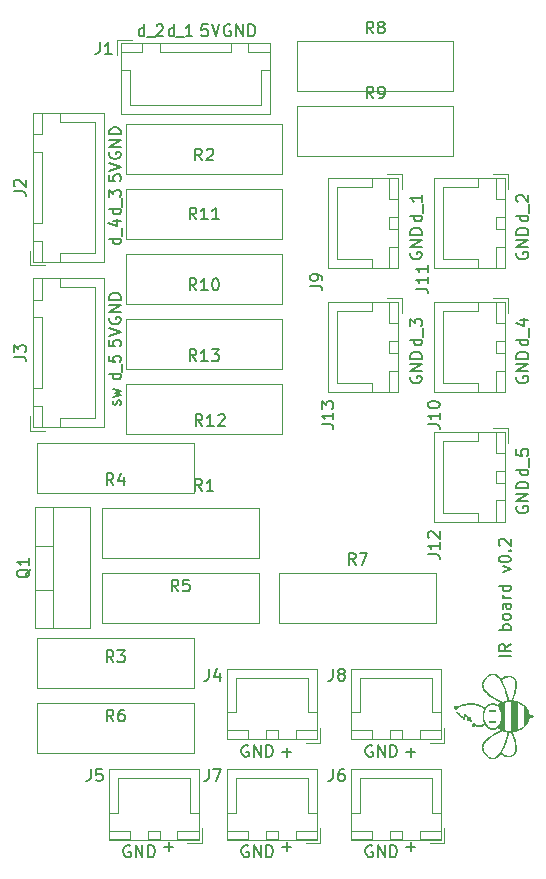
<source format=gbr>
%TF.GenerationSoftware,KiCad,Pcbnew,(5.1.10)-1*%
%TF.CreationDate,2021-08-08T08:57:35+01:00*%
%TF.ProjectId,ir_sensor,69725f73-656e-4736-9f72-2e6b69636164,rev?*%
%TF.SameCoordinates,Original*%
%TF.FileFunction,Legend,Top*%
%TF.FilePolarity,Positive*%
%FSLAX46Y46*%
G04 Gerber Fmt 4.6, Leading zero omitted, Abs format (unit mm)*
G04 Created by KiCad (PCBNEW (5.1.10)-1) date 2021-08-08 08:57:35*
%MOMM*%
%LPD*%
G01*
G04 APERTURE LIST*
%ADD10C,0.150000*%
%ADD11C,0.010000*%
%ADD12C,0.120000*%
G04 APERTURE END LIST*
D10*
X124452380Y-79452380D02*
X123452380Y-79452380D01*
X124452380Y-78404761D02*
X123976190Y-78738095D01*
X124452380Y-78976190D02*
X123452380Y-78976190D01*
X123452380Y-78595238D01*
X123500000Y-78500000D01*
X123547619Y-78452380D01*
X123642857Y-78404761D01*
X123785714Y-78404761D01*
X123880952Y-78452380D01*
X123928571Y-78500000D01*
X123976190Y-78595238D01*
X123976190Y-78976190D01*
X124452380Y-77214285D02*
X123452380Y-77214285D01*
X123833333Y-77214285D02*
X123785714Y-77119047D01*
X123785714Y-76928571D01*
X123833333Y-76833333D01*
X123880952Y-76785714D01*
X123976190Y-76738095D01*
X124261904Y-76738095D01*
X124357142Y-76785714D01*
X124404761Y-76833333D01*
X124452380Y-76928571D01*
X124452380Y-77119047D01*
X124404761Y-77214285D01*
X124452380Y-76166666D02*
X124404761Y-76261904D01*
X124357142Y-76309523D01*
X124261904Y-76357142D01*
X123976190Y-76357142D01*
X123880952Y-76309523D01*
X123833333Y-76261904D01*
X123785714Y-76166666D01*
X123785714Y-76023809D01*
X123833333Y-75928571D01*
X123880952Y-75880952D01*
X123976190Y-75833333D01*
X124261904Y-75833333D01*
X124357142Y-75880952D01*
X124404761Y-75928571D01*
X124452380Y-76023809D01*
X124452380Y-76166666D01*
X124452380Y-74976190D02*
X123928571Y-74976190D01*
X123833333Y-75023809D01*
X123785714Y-75119047D01*
X123785714Y-75309523D01*
X123833333Y-75404761D01*
X124404761Y-74976190D02*
X124452380Y-75071428D01*
X124452380Y-75309523D01*
X124404761Y-75404761D01*
X124309523Y-75452380D01*
X124214285Y-75452380D01*
X124119047Y-75404761D01*
X124071428Y-75309523D01*
X124071428Y-75071428D01*
X124023809Y-74976190D01*
X124452380Y-74500000D02*
X123785714Y-74500000D01*
X123976190Y-74500000D02*
X123880952Y-74452380D01*
X123833333Y-74404761D01*
X123785714Y-74309523D01*
X123785714Y-74214285D01*
X124452380Y-73452380D02*
X123452380Y-73452380D01*
X124404761Y-73452380D02*
X124452380Y-73547619D01*
X124452380Y-73738095D01*
X124404761Y-73833333D01*
X124357142Y-73880952D01*
X124261904Y-73928571D01*
X123976190Y-73928571D01*
X123880952Y-73880952D01*
X123833333Y-73833333D01*
X123785714Y-73738095D01*
X123785714Y-73547619D01*
X123833333Y-73452380D01*
X123785714Y-72309523D02*
X124452380Y-72071428D01*
X123785714Y-71833333D01*
X123452380Y-71261904D02*
X123452380Y-71166666D01*
X123500000Y-71071428D01*
X123547619Y-71023809D01*
X123642857Y-70976190D01*
X123833333Y-70928571D01*
X124071428Y-70928571D01*
X124261904Y-70976190D01*
X124357142Y-71023809D01*
X124404761Y-71071428D01*
X124452380Y-71166666D01*
X124452380Y-71261904D01*
X124404761Y-71357142D01*
X124357142Y-71404761D01*
X124261904Y-71452380D01*
X124071428Y-71500000D01*
X123833333Y-71500000D01*
X123642857Y-71452380D01*
X123547619Y-71404761D01*
X123500000Y-71357142D01*
X123452380Y-71261904D01*
X124357142Y-70500000D02*
X124404761Y-70452380D01*
X124452380Y-70500000D01*
X124404761Y-70547619D01*
X124357142Y-70500000D01*
X124452380Y-70500000D01*
X123547619Y-70071428D02*
X123500000Y-70023809D01*
X123452380Y-69928571D01*
X123452380Y-69690476D01*
X123500000Y-69595238D01*
X123547619Y-69547619D01*
X123642857Y-69500000D01*
X123738095Y-69500000D01*
X123880952Y-69547619D01*
X124452380Y-70119047D01*
X124452380Y-69500000D01*
X105119047Y-87571428D02*
X105880952Y-87571428D01*
X105500000Y-87952380D02*
X105500000Y-87190476D01*
X102238095Y-87000000D02*
X102142857Y-86952380D01*
X102000000Y-86952380D01*
X101857142Y-87000000D01*
X101761904Y-87095238D01*
X101714285Y-87190476D01*
X101666666Y-87380952D01*
X101666666Y-87523809D01*
X101714285Y-87714285D01*
X101761904Y-87809523D01*
X101857142Y-87904761D01*
X102000000Y-87952380D01*
X102095238Y-87952380D01*
X102238095Y-87904761D01*
X102285714Y-87857142D01*
X102285714Y-87523809D01*
X102095238Y-87523809D01*
X102714285Y-87952380D02*
X102714285Y-86952380D01*
X103285714Y-87952380D01*
X103285714Y-86952380D01*
X103761904Y-87952380D02*
X103761904Y-86952380D01*
X104000000Y-86952380D01*
X104142857Y-87000000D01*
X104238095Y-87095238D01*
X104285714Y-87190476D01*
X104333333Y-87380952D01*
X104333333Y-87523809D01*
X104285714Y-87714285D01*
X104238095Y-87809523D01*
X104142857Y-87904761D01*
X104000000Y-87952380D01*
X103761904Y-87952380D01*
X115619047Y-87571428D02*
X116380952Y-87571428D01*
X116000000Y-87952380D02*
X116000000Y-87190476D01*
X112738095Y-87000000D02*
X112642857Y-86952380D01*
X112500000Y-86952380D01*
X112357142Y-87000000D01*
X112261904Y-87095238D01*
X112214285Y-87190476D01*
X112166666Y-87380952D01*
X112166666Y-87523809D01*
X112214285Y-87714285D01*
X112261904Y-87809523D01*
X112357142Y-87904761D01*
X112500000Y-87952380D01*
X112595238Y-87952380D01*
X112738095Y-87904761D01*
X112785714Y-87857142D01*
X112785714Y-87523809D01*
X112595238Y-87523809D01*
X113214285Y-87952380D02*
X113214285Y-86952380D01*
X113785714Y-87952380D01*
X113785714Y-86952380D01*
X114261904Y-87952380D02*
X114261904Y-86952380D01*
X114500000Y-86952380D01*
X114642857Y-87000000D01*
X114738095Y-87095238D01*
X114785714Y-87190476D01*
X114833333Y-87380952D01*
X114833333Y-87523809D01*
X114785714Y-87714285D01*
X114738095Y-87809523D01*
X114642857Y-87904761D01*
X114500000Y-87952380D01*
X114261904Y-87952380D01*
X115619047Y-95571428D02*
X116380952Y-95571428D01*
X116000000Y-95952380D02*
X116000000Y-95190476D01*
X112738095Y-95500000D02*
X112642857Y-95452380D01*
X112500000Y-95452380D01*
X112357142Y-95500000D01*
X112261904Y-95595238D01*
X112214285Y-95690476D01*
X112166666Y-95880952D01*
X112166666Y-96023809D01*
X112214285Y-96214285D01*
X112261904Y-96309523D01*
X112357142Y-96404761D01*
X112500000Y-96452380D01*
X112595238Y-96452380D01*
X112738095Y-96404761D01*
X112785714Y-96357142D01*
X112785714Y-96023809D01*
X112595238Y-96023809D01*
X113214285Y-96452380D02*
X113214285Y-95452380D01*
X113785714Y-96452380D01*
X113785714Y-95452380D01*
X114261904Y-96452380D02*
X114261904Y-95452380D01*
X114500000Y-95452380D01*
X114642857Y-95500000D01*
X114738095Y-95595238D01*
X114785714Y-95690476D01*
X114833333Y-95880952D01*
X114833333Y-96023809D01*
X114785714Y-96214285D01*
X114738095Y-96309523D01*
X114642857Y-96404761D01*
X114500000Y-96452380D01*
X114261904Y-96452380D01*
X105119047Y-95571428D02*
X105880952Y-95571428D01*
X105500000Y-95952380D02*
X105500000Y-95190476D01*
X102238095Y-95500000D02*
X102142857Y-95452380D01*
X102000000Y-95452380D01*
X101857142Y-95500000D01*
X101761904Y-95595238D01*
X101714285Y-95690476D01*
X101666666Y-95880952D01*
X101666666Y-96023809D01*
X101714285Y-96214285D01*
X101761904Y-96309523D01*
X101857142Y-96404761D01*
X102000000Y-96452380D01*
X102095238Y-96452380D01*
X102238095Y-96404761D01*
X102285714Y-96357142D01*
X102285714Y-96023809D01*
X102095238Y-96023809D01*
X102714285Y-96452380D02*
X102714285Y-95452380D01*
X103285714Y-96452380D01*
X103285714Y-95452380D01*
X103761904Y-96452380D02*
X103761904Y-95452380D01*
X104000000Y-95452380D01*
X104142857Y-95500000D01*
X104238095Y-95595238D01*
X104285714Y-95690476D01*
X104333333Y-95880952D01*
X104333333Y-96023809D01*
X104285714Y-96214285D01*
X104238095Y-96309523D01*
X104142857Y-96404761D01*
X104000000Y-96452380D01*
X103761904Y-96452380D01*
X95119047Y-95571428D02*
X95880952Y-95571428D01*
X95500000Y-95952380D02*
X95500000Y-95190476D01*
X92238095Y-95500000D02*
X92142857Y-95452380D01*
X92000000Y-95452380D01*
X91857142Y-95500000D01*
X91761904Y-95595238D01*
X91714285Y-95690476D01*
X91666666Y-95880952D01*
X91666666Y-96023809D01*
X91714285Y-96214285D01*
X91761904Y-96309523D01*
X91857142Y-96404761D01*
X92000000Y-96452380D01*
X92095238Y-96452380D01*
X92238095Y-96404761D01*
X92285714Y-96357142D01*
X92285714Y-96023809D01*
X92095238Y-96023809D01*
X92714285Y-96452380D02*
X92714285Y-95452380D01*
X93285714Y-96452380D01*
X93285714Y-95452380D01*
X93761904Y-96452380D02*
X93761904Y-95452380D01*
X94000000Y-95452380D01*
X94142857Y-95500000D01*
X94238095Y-95595238D01*
X94285714Y-95690476D01*
X94333333Y-95880952D01*
X94333333Y-96023809D01*
X94285714Y-96214285D01*
X94238095Y-96309523D01*
X94142857Y-96404761D01*
X94000000Y-96452380D01*
X93761904Y-96452380D01*
X116000000Y-45261904D02*
X115952380Y-45357142D01*
X115952380Y-45500000D01*
X116000000Y-45642857D01*
X116095238Y-45738095D01*
X116190476Y-45785714D01*
X116380952Y-45833333D01*
X116523809Y-45833333D01*
X116714285Y-45785714D01*
X116809523Y-45738095D01*
X116904761Y-45642857D01*
X116952380Y-45500000D01*
X116952380Y-45404761D01*
X116904761Y-45261904D01*
X116857142Y-45214285D01*
X116523809Y-45214285D01*
X116523809Y-45404761D01*
X116952380Y-44785714D02*
X115952380Y-44785714D01*
X116952380Y-44214285D01*
X115952380Y-44214285D01*
X116952380Y-43738095D02*
X115952380Y-43738095D01*
X115952380Y-43500000D01*
X116000000Y-43357142D01*
X116095238Y-43261904D01*
X116190476Y-43214285D01*
X116380952Y-43166666D01*
X116523809Y-43166666D01*
X116714285Y-43214285D01*
X116809523Y-43261904D01*
X116904761Y-43357142D01*
X116952380Y-43500000D01*
X116952380Y-43738095D01*
X116952380Y-42142857D02*
X115952380Y-42142857D01*
X116904761Y-42142857D02*
X116952380Y-42238095D01*
X116952380Y-42428571D01*
X116904761Y-42523809D01*
X116857142Y-42571428D01*
X116761904Y-42619047D01*
X116476190Y-42619047D01*
X116380952Y-42571428D01*
X116333333Y-42523809D01*
X116285714Y-42428571D01*
X116285714Y-42238095D01*
X116333333Y-42142857D01*
X117047619Y-41904761D02*
X117047619Y-41142857D01*
X116952380Y-40380952D02*
X116952380Y-40952380D01*
X116952380Y-40666666D02*
X115952380Y-40666666D01*
X116095238Y-40761904D01*
X116190476Y-40857142D01*
X116238095Y-40952380D01*
X125952380Y-63642857D02*
X124952380Y-63642857D01*
X125904761Y-63642857D02*
X125952380Y-63738095D01*
X125952380Y-63928571D01*
X125904761Y-64023809D01*
X125857142Y-64071428D01*
X125761904Y-64119047D01*
X125476190Y-64119047D01*
X125380952Y-64071428D01*
X125333333Y-64023809D01*
X125285714Y-63928571D01*
X125285714Y-63738095D01*
X125333333Y-63642857D01*
X126047619Y-63404761D02*
X126047619Y-62642857D01*
X124952380Y-61928571D02*
X124952380Y-62404761D01*
X125428571Y-62452380D01*
X125380952Y-62404761D01*
X125333333Y-62309523D01*
X125333333Y-62071428D01*
X125380952Y-61976190D01*
X125428571Y-61928571D01*
X125523809Y-61880952D01*
X125761904Y-61880952D01*
X125857142Y-61928571D01*
X125904761Y-61976190D01*
X125952380Y-62071428D01*
X125952380Y-62309523D01*
X125904761Y-62404761D01*
X125857142Y-62452380D01*
X116952380Y-52642857D02*
X115952380Y-52642857D01*
X116904761Y-52642857D02*
X116952380Y-52738095D01*
X116952380Y-52928571D01*
X116904761Y-53023809D01*
X116857142Y-53071428D01*
X116761904Y-53119047D01*
X116476190Y-53119047D01*
X116380952Y-53071428D01*
X116333333Y-53023809D01*
X116285714Y-52928571D01*
X116285714Y-52738095D01*
X116333333Y-52642857D01*
X117047619Y-52404761D02*
X117047619Y-51642857D01*
X115952380Y-51500000D02*
X115952380Y-50880952D01*
X116333333Y-51214285D01*
X116333333Y-51071428D01*
X116380952Y-50976190D01*
X116428571Y-50928571D01*
X116523809Y-50880952D01*
X116761904Y-50880952D01*
X116857142Y-50928571D01*
X116904761Y-50976190D01*
X116952380Y-51071428D01*
X116952380Y-51357142D01*
X116904761Y-51452380D01*
X116857142Y-51500000D01*
X125952380Y-52642857D02*
X124952380Y-52642857D01*
X125904761Y-52642857D02*
X125952380Y-52738095D01*
X125952380Y-52928571D01*
X125904761Y-53023809D01*
X125857142Y-53071428D01*
X125761904Y-53119047D01*
X125476190Y-53119047D01*
X125380952Y-53071428D01*
X125333333Y-53023809D01*
X125285714Y-52928571D01*
X125285714Y-52738095D01*
X125333333Y-52642857D01*
X126047619Y-52404761D02*
X126047619Y-51642857D01*
X125285714Y-50976190D02*
X125952380Y-50976190D01*
X124904761Y-51214285D02*
X125619047Y-51452380D01*
X125619047Y-50833333D01*
X125952380Y-42142857D02*
X124952380Y-42142857D01*
X125904761Y-42142857D02*
X125952380Y-42238095D01*
X125952380Y-42428571D01*
X125904761Y-42523809D01*
X125857142Y-42571428D01*
X125761904Y-42619047D01*
X125476190Y-42619047D01*
X125380952Y-42571428D01*
X125333333Y-42523809D01*
X125285714Y-42428571D01*
X125285714Y-42238095D01*
X125333333Y-42142857D01*
X126047619Y-41904761D02*
X126047619Y-41142857D01*
X125047619Y-40952380D02*
X125000000Y-40904761D01*
X124952380Y-40809523D01*
X124952380Y-40571428D01*
X125000000Y-40476190D01*
X125047619Y-40428571D01*
X125142857Y-40380952D01*
X125238095Y-40380952D01*
X125380952Y-40428571D01*
X125952380Y-41000000D01*
X125952380Y-40380952D01*
X125000000Y-66761904D02*
X124952380Y-66857142D01*
X124952380Y-67000000D01*
X125000000Y-67142857D01*
X125095238Y-67238095D01*
X125190476Y-67285714D01*
X125380952Y-67333333D01*
X125523809Y-67333333D01*
X125714285Y-67285714D01*
X125809523Y-67238095D01*
X125904761Y-67142857D01*
X125952380Y-67000000D01*
X125952380Y-66904761D01*
X125904761Y-66761904D01*
X125857142Y-66714285D01*
X125523809Y-66714285D01*
X125523809Y-66904761D01*
X125952380Y-66285714D02*
X124952380Y-66285714D01*
X125952380Y-65714285D01*
X124952380Y-65714285D01*
X125952380Y-65238095D02*
X124952380Y-65238095D01*
X124952380Y-65000000D01*
X125000000Y-64857142D01*
X125095238Y-64761904D01*
X125190476Y-64714285D01*
X125380952Y-64666666D01*
X125523809Y-64666666D01*
X125714285Y-64714285D01*
X125809523Y-64761904D01*
X125904761Y-64857142D01*
X125952380Y-65000000D01*
X125952380Y-65238095D01*
X116000000Y-55761904D02*
X115952380Y-55857142D01*
X115952380Y-56000000D01*
X116000000Y-56142857D01*
X116095238Y-56238095D01*
X116190476Y-56285714D01*
X116380952Y-56333333D01*
X116523809Y-56333333D01*
X116714285Y-56285714D01*
X116809523Y-56238095D01*
X116904761Y-56142857D01*
X116952380Y-56000000D01*
X116952380Y-55904761D01*
X116904761Y-55761904D01*
X116857142Y-55714285D01*
X116523809Y-55714285D01*
X116523809Y-55904761D01*
X116952380Y-55285714D02*
X115952380Y-55285714D01*
X116952380Y-54714285D01*
X115952380Y-54714285D01*
X116952380Y-54238095D02*
X115952380Y-54238095D01*
X115952380Y-54000000D01*
X116000000Y-53857142D01*
X116095238Y-53761904D01*
X116190476Y-53714285D01*
X116380952Y-53666666D01*
X116523809Y-53666666D01*
X116714285Y-53714285D01*
X116809523Y-53761904D01*
X116904761Y-53857142D01*
X116952380Y-54000000D01*
X116952380Y-54238095D01*
X125000000Y-55761904D02*
X124952380Y-55857142D01*
X124952380Y-56000000D01*
X125000000Y-56142857D01*
X125095238Y-56238095D01*
X125190476Y-56285714D01*
X125380952Y-56333333D01*
X125523809Y-56333333D01*
X125714285Y-56285714D01*
X125809523Y-56238095D01*
X125904761Y-56142857D01*
X125952380Y-56000000D01*
X125952380Y-55904761D01*
X125904761Y-55761904D01*
X125857142Y-55714285D01*
X125523809Y-55714285D01*
X125523809Y-55904761D01*
X125952380Y-55285714D02*
X124952380Y-55285714D01*
X125952380Y-54714285D01*
X124952380Y-54714285D01*
X125952380Y-54238095D02*
X124952380Y-54238095D01*
X124952380Y-54000000D01*
X125000000Y-53857142D01*
X125095238Y-53761904D01*
X125190476Y-53714285D01*
X125380952Y-53666666D01*
X125523809Y-53666666D01*
X125714285Y-53714285D01*
X125809523Y-53761904D01*
X125904761Y-53857142D01*
X125952380Y-54000000D01*
X125952380Y-54238095D01*
X125000000Y-45261904D02*
X124952380Y-45357142D01*
X124952380Y-45500000D01*
X125000000Y-45642857D01*
X125095238Y-45738095D01*
X125190476Y-45785714D01*
X125380952Y-45833333D01*
X125523809Y-45833333D01*
X125714285Y-45785714D01*
X125809523Y-45738095D01*
X125904761Y-45642857D01*
X125952380Y-45500000D01*
X125952380Y-45404761D01*
X125904761Y-45261904D01*
X125857142Y-45214285D01*
X125523809Y-45214285D01*
X125523809Y-45404761D01*
X125952380Y-44785714D02*
X124952380Y-44785714D01*
X125952380Y-44214285D01*
X124952380Y-44214285D01*
X125952380Y-43738095D02*
X124952380Y-43738095D01*
X124952380Y-43500000D01*
X125000000Y-43357142D01*
X125095238Y-43261904D01*
X125190476Y-43214285D01*
X125380952Y-43166666D01*
X125523809Y-43166666D01*
X125714285Y-43214285D01*
X125809523Y-43261904D01*
X125904761Y-43357142D01*
X125952380Y-43500000D01*
X125952380Y-43738095D01*
X90500000Y-50761904D02*
X90452380Y-50857142D01*
X90452380Y-51000000D01*
X90500000Y-51142857D01*
X90595238Y-51238095D01*
X90690476Y-51285714D01*
X90880952Y-51333333D01*
X91023809Y-51333333D01*
X91214285Y-51285714D01*
X91309523Y-51238095D01*
X91404761Y-51142857D01*
X91452380Y-51000000D01*
X91452380Y-50904761D01*
X91404761Y-50761904D01*
X91357142Y-50714285D01*
X91023809Y-50714285D01*
X91023809Y-50904761D01*
X91452380Y-50285714D02*
X90452380Y-50285714D01*
X91452380Y-49714285D01*
X90452380Y-49714285D01*
X91452380Y-49238095D02*
X90452380Y-49238095D01*
X90452380Y-49000000D01*
X90500000Y-48857142D01*
X90595238Y-48761904D01*
X90690476Y-48714285D01*
X90880952Y-48666666D01*
X91023809Y-48666666D01*
X91214285Y-48714285D01*
X91309523Y-48761904D01*
X91404761Y-48857142D01*
X91452380Y-49000000D01*
X91452380Y-49238095D01*
X90452380Y-52690476D02*
X90452380Y-53166666D01*
X90928571Y-53214285D01*
X90880952Y-53166666D01*
X90833333Y-53071428D01*
X90833333Y-52833333D01*
X90880952Y-52738095D01*
X90928571Y-52690476D01*
X91023809Y-52642857D01*
X91261904Y-52642857D01*
X91357142Y-52690476D01*
X91404761Y-52738095D01*
X91452380Y-52833333D01*
X91452380Y-53071428D01*
X91404761Y-53166666D01*
X91357142Y-53214285D01*
X90452380Y-52357142D02*
X91452380Y-52023809D01*
X90452380Y-51690476D01*
X91404761Y-58164285D02*
X91452380Y-58078571D01*
X91452380Y-57907142D01*
X91404761Y-57821428D01*
X91309523Y-57778571D01*
X91261904Y-57778571D01*
X91166666Y-57821428D01*
X91119047Y-57907142D01*
X91119047Y-58035714D01*
X91071428Y-58121428D01*
X90976190Y-58164285D01*
X90928571Y-58164285D01*
X90833333Y-58121428D01*
X90785714Y-58035714D01*
X90785714Y-57907142D01*
X90833333Y-57821428D01*
X90785714Y-57478571D02*
X91452380Y-57307142D01*
X90976190Y-57135714D01*
X91452380Y-56964285D01*
X90785714Y-56792857D01*
X91452380Y-55578571D02*
X90452380Y-55578571D01*
X91404761Y-55578571D02*
X91452380Y-55664285D01*
X91452380Y-55835714D01*
X91404761Y-55921428D01*
X91357142Y-55964285D01*
X91261904Y-56007142D01*
X90976190Y-56007142D01*
X90880952Y-55964285D01*
X90833333Y-55921428D01*
X90785714Y-55835714D01*
X90785714Y-55664285D01*
X90833333Y-55578571D01*
X91547619Y-55364285D02*
X91547619Y-54678571D01*
X90452380Y-54035714D02*
X90452380Y-54464285D01*
X90928571Y-54507142D01*
X90880952Y-54464285D01*
X90833333Y-54378571D01*
X90833333Y-54164285D01*
X90880952Y-54078571D01*
X90928571Y-54035714D01*
X91023809Y-53992857D01*
X91261904Y-53992857D01*
X91357142Y-54035714D01*
X91404761Y-54078571D01*
X91452380Y-54164285D01*
X91452380Y-54378571D01*
X91404761Y-54464285D01*
X91357142Y-54507142D01*
X95921428Y-26952380D02*
X95921428Y-25952380D01*
X95921428Y-26904761D02*
X95835714Y-26952380D01*
X95664285Y-26952380D01*
X95578571Y-26904761D01*
X95535714Y-26857142D01*
X95492857Y-26761904D01*
X95492857Y-26476190D01*
X95535714Y-26380952D01*
X95578571Y-26333333D01*
X95664285Y-26285714D01*
X95835714Y-26285714D01*
X95921428Y-26333333D01*
X96135714Y-27047619D02*
X96821428Y-27047619D01*
X97507142Y-26952380D02*
X96992857Y-26952380D01*
X97250000Y-26952380D02*
X97250000Y-25952380D01*
X97164285Y-26095238D01*
X97078571Y-26190476D01*
X96992857Y-26238095D01*
X100738095Y-26000000D02*
X100642857Y-25952380D01*
X100500000Y-25952380D01*
X100357142Y-26000000D01*
X100261904Y-26095238D01*
X100214285Y-26190476D01*
X100166666Y-26380952D01*
X100166666Y-26523809D01*
X100214285Y-26714285D01*
X100261904Y-26809523D01*
X100357142Y-26904761D01*
X100500000Y-26952380D01*
X100595238Y-26952380D01*
X100738095Y-26904761D01*
X100785714Y-26857142D01*
X100785714Y-26523809D01*
X100595238Y-26523809D01*
X101214285Y-26952380D02*
X101214285Y-25952380D01*
X101785714Y-26952380D01*
X101785714Y-25952380D01*
X102261904Y-26952380D02*
X102261904Y-25952380D01*
X102500000Y-25952380D01*
X102642857Y-26000000D01*
X102738095Y-26095238D01*
X102785714Y-26190476D01*
X102833333Y-26380952D01*
X102833333Y-26523809D01*
X102785714Y-26714285D01*
X102738095Y-26809523D01*
X102642857Y-26904761D01*
X102500000Y-26952380D01*
X102261904Y-26952380D01*
X98809523Y-25952380D02*
X98333333Y-25952380D01*
X98285714Y-26428571D01*
X98333333Y-26380952D01*
X98428571Y-26333333D01*
X98666666Y-26333333D01*
X98761904Y-26380952D01*
X98809523Y-26428571D01*
X98857142Y-26523809D01*
X98857142Y-26761904D01*
X98809523Y-26857142D01*
X98761904Y-26904761D01*
X98666666Y-26952380D01*
X98428571Y-26952380D01*
X98333333Y-26904761D01*
X98285714Y-26857142D01*
X99142857Y-25952380D02*
X99476190Y-26952380D01*
X99809523Y-25952380D01*
X93421428Y-26952380D02*
X93421428Y-25952380D01*
X93421428Y-26904761D02*
X93335714Y-26952380D01*
X93164285Y-26952380D01*
X93078571Y-26904761D01*
X93035714Y-26857142D01*
X92992857Y-26761904D01*
X92992857Y-26476190D01*
X93035714Y-26380952D01*
X93078571Y-26333333D01*
X93164285Y-26285714D01*
X93335714Y-26285714D01*
X93421428Y-26333333D01*
X93635714Y-27047619D02*
X94321428Y-27047619D01*
X94492857Y-26047619D02*
X94535714Y-26000000D01*
X94621428Y-25952380D01*
X94835714Y-25952380D01*
X94921428Y-26000000D01*
X94964285Y-26047619D01*
X95007142Y-26142857D01*
X95007142Y-26238095D01*
X94964285Y-26380952D01*
X94450000Y-26952380D01*
X95007142Y-26952380D01*
X91452380Y-41578571D02*
X90452380Y-41578571D01*
X91404761Y-41578571D02*
X91452380Y-41664285D01*
X91452380Y-41835714D01*
X91404761Y-41921428D01*
X91357142Y-41964285D01*
X91261904Y-42007142D01*
X90976190Y-42007142D01*
X90880952Y-41964285D01*
X90833333Y-41921428D01*
X90785714Y-41835714D01*
X90785714Y-41664285D01*
X90833333Y-41578571D01*
X91547619Y-41364285D02*
X91547619Y-40678571D01*
X90452380Y-40550000D02*
X90452380Y-39992857D01*
X90833333Y-40292857D01*
X90833333Y-40164285D01*
X90880952Y-40078571D01*
X90928571Y-40035714D01*
X91023809Y-39992857D01*
X91261904Y-39992857D01*
X91357142Y-40035714D01*
X91404761Y-40078571D01*
X91452380Y-40164285D01*
X91452380Y-40421428D01*
X91404761Y-40507142D01*
X91357142Y-40550000D01*
X90500000Y-36761904D02*
X90452380Y-36857142D01*
X90452380Y-37000000D01*
X90500000Y-37142857D01*
X90595238Y-37238095D01*
X90690476Y-37285714D01*
X90880952Y-37333333D01*
X91023809Y-37333333D01*
X91214285Y-37285714D01*
X91309523Y-37238095D01*
X91404761Y-37142857D01*
X91452380Y-37000000D01*
X91452380Y-36904761D01*
X91404761Y-36761904D01*
X91357142Y-36714285D01*
X91023809Y-36714285D01*
X91023809Y-36904761D01*
X91452380Y-36285714D02*
X90452380Y-36285714D01*
X91452380Y-35714285D01*
X90452380Y-35714285D01*
X91452380Y-35238095D02*
X90452380Y-35238095D01*
X90452380Y-35000000D01*
X90500000Y-34857142D01*
X90595238Y-34761904D01*
X90690476Y-34714285D01*
X90880952Y-34666666D01*
X91023809Y-34666666D01*
X91214285Y-34714285D01*
X91309523Y-34761904D01*
X91404761Y-34857142D01*
X91452380Y-35000000D01*
X91452380Y-35238095D01*
X91452380Y-44078571D02*
X90452380Y-44078571D01*
X91404761Y-44078571D02*
X91452380Y-44164285D01*
X91452380Y-44335714D01*
X91404761Y-44421428D01*
X91357142Y-44464285D01*
X91261904Y-44507142D01*
X90976190Y-44507142D01*
X90880952Y-44464285D01*
X90833333Y-44421428D01*
X90785714Y-44335714D01*
X90785714Y-44164285D01*
X90833333Y-44078571D01*
X91547619Y-43864285D02*
X91547619Y-43178571D01*
X90785714Y-42578571D02*
X91452380Y-42578571D01*
X90404761Y-42792857D02*
X91119047Y-43007142D01*
X91119047Y-42450000D01*
X90452380Y-38690476D02*
X90452380Y-39166666D01*
X90928571Y-39214285D01*
X90880952Y-39166666D01*
X90833333Y-39071428D01*
X90833333Y-38833333D01*
X90880952Y-38738095D01*
X90928571Y-38690476D01*
X91023809Y-38642857D01*
X91261904Y-38642857D01*
X91357142Y-38690476D01*
X91404761Y-38738095D01*
X91452380Y-38833333D01*
X91452380Y-39071428D01*
X91404761Y-39166666D01*
X91357142Y-39214285D01*
X90452380Y-38357142D02*
X91452380Y-38023809D01*
X90452380Y-37690476D01*
D11*
%TO.C,G\u002A\u002A\u002A*%
G36*
X123173182Y-83992000D02*
G01*
X123173182Y-84095909D01*
X122630546Y-84095909D01*
X122630546Y-83992000D01*
X123173182Y-83992000D01*
G37*
X123173182Y-83992000D02*
X123173182Y-84095909D01*
X122630546Y-84095909D01*
X122630546Y-83992000D01*
X123173182Y-83992000D01*
G36*
X123173182Y-84915636D02*
G01*
X123173182Y-85019546D01*
X122630546Y-85019546D01*
X122630546Y-84915636D01*
X123173182Y-84915636D01*
G37*
X123173182Y-84915636D02*
X123173182Y-85019546D01*
X122630546Y-85019546D01*
X122630546Y-84915636D01*
X123173182Y-84915636D01*
G36*
X119877467Y-84126901D02*
G01*
X119890801Y-84130776D01*
X119913243Y-84145816D01*
X119945969Y-84172984D01*
X119990152Y-84213240D01*
X120046967Y-84267545D01*
X120117587Y-84336860D01*
X120184219Y-84403173D01*
X120471546Y-84690327D01*
X120471546Y-84491254D01*
X120471724Y-84418847D01*
X120472470Y-84366371D01*
X120474105Y-84330667D01*
X120476946Y-84308576D01*
X120481312Y-84296941D01*
X120487523Y-84292603D01*
X120491650Y-84292182D01*
X120504665Y-84300078D01*
X120531642Y-84322402D01*
X120570362Y-84357110D01*
X120618607Y-84402156D01*
X120674157Y-84455495D01*
X120734794Y-84515081D01*
X120751422Y-84531647D01*
X120828149Y-84607675D01*
X120889584Y-84667131D01*
X120936131Y-84710380D01*
X120968191Y-84737787D01*
X120986170Y-84749716D01*
X120990686Y-84748124D01*
X120988110Y-84724942D01*
X120981832Y-84688032D01*
X120974839Y-84653170D01*
X120966987Y-84612516D01*
X120965268Y-84588124D01*
X120969746Y-84573974D01*
X120975734Y-84567646D01*
X120988130Y-84560571D01*
X120998687Y-84563805D01*
X121008553Y-84579929D01*
X121018878Y-84611523D01*
X121030808Y-84661166D01*
X121042861Y-84718458D01*
X121055603Y-84781228D01*
X121064184Y-84825023D01*
X121069030Y-84853499D01*
X121070567Y-84870313D01*
X121069221Y-84879119D01*
X121065417Y-84883574D01*
X121062329Y-84885558D01*
X121046061Y-84886495D01*
X121013162Y-84882402D01*
X120968818Y-84874463D01*
X120918211Y-84863866D01*
X120866526Y-84851794D01*
X120818946Y-84839436D01*
X120780655Y-84827975D01*
X120756836Y-84818599D01*
X120751657Y-84814490D01*
X120750054Y-84795101D01*
X120765014Y-84785455D01*
X120798134Y-84785226D01*
X120851014Y-84794087D01*
X120851262Y-84794139D01*
X120892815Y-84802673D01*
X120925129Y-84808924D01*
X120941940Y-84811687D01*
X120942658Y-84811727D01*
X120936997Y-84803951D01*
X120917022Y-84782058D01*
X120884804Y-84748202D01*
X120842414Y-84704539D01*
X120791923Y-84653221D01*
X120742744Y-84603751D01*
X120535046Y-84395776D01*
X120529273Y-84583408D01*
X120526743Y-84654980D01*
X120523983Y-84706550D01*
X120520617Y-84741206D01*
X120516270Y-84762038D01*
X120510564Y-84772134D01*
X120506000Y-84774392D01*
X120494540Y-84767207D01*
X120469165Y-84745659D01*
X120432073Y-84711923D01*
X120385462Y-84668174D01*
X120331533Y-84616585D01*
X120272484Y-84559333D01*
X120210514Y-84498592D01*
X120147823Y-84436536D01*
X120086608Y-84375340D01*
X120029070Y-84317180D01*
X119977407Y-84264229D01*
X119933819Y-84218663D01*
X119900504Y-84182655D01*
X119879661Y-84158382D01*
X119873429Y-84148807D01*
X119872068Y-84133232D01*
X119877467Y-84126901D01*
G37*
X119877467Y-84126901D02*
X119890801Y-84130776D01*
X119913243Y-84145816D01*
X119945969Y-84172984D01*
X119990152Y-84213240D01*
X120046967Y-84267545D01*
X120117587Y-84336860D01*
X120184219Y-84403173D01*
X120471546Y-84690327D01*
X120471546Y-84491254D01*
X120471724Y-84418847D01*
X120472470Y-84366371D01*
X120474105Y-84330667D01*
X120476946Y-84308576D01*
X120481312Y-84296941D01*
X120487523Y-84292603D01*
X120491650Y-84292182D01*
X120504665Y-84300078D01*
X120531642Y-84322402D01*
X120570362Y-84357110D01*
X120618607Y-84402156D01*
X120674157Y-84455495D01*
X120734794Y-84515081D01*
X120751422Y-84531647D01*
X120828149Y-84607675D01*
X120889584Y-84667131D01*
X120936131Y-84710380D01*
X120968191Y-84737787D01*
X120986170Y-84749716D01*
X120990686Y-84748124D01*
X120988110Y-84724942D01*
X120981832Y-84688032D01*
X120974839Y-84653170D01*
X120966987Y-84612516D01*
X120965268Y-84588124D01*
X120969746Y-84573974D01*
X120975734Y-84567646D01*
X120988130Y-84560571D01*
X120998687Y-84563805D01*
X121008553Y-84579929D01*
X121018878Y-84611523D01*
X121030808Y-84661166D01*
X121042861Y-84718458D01*
X121055603Y-84781228D01*
X121064184Y-84825023D01*
X121069030Y-84853499D01*
X121070567Y-84870313D01*
X121069221Y-84879119D01*
X121065417Y-84883574D01*
X121062329Y-84885558D01*
X121046061Y-84886495D01*
X121013162Y-84882402D01*
X120968818Y-84874463D01*
X120918211Y-84863866D01*
X120866526Y-84851794D01*
X120818946Y-84839436D01*
X120780655Y-84827975D01*
X120756836Y-84818599D01*
X120751657Y-84814490D01*
X120750054Y-84795101D01*
X120765014Y-84785455D01*
X120798134Y-84785226D01*
X120851014Y-84794087D01*
X120851262Y-84794139D01*
X120892815Y-84802673D01*
X120925129Y-84808924D01*
X120941940Y-84811687D01*
X120942658Y-84811727D01*
X120936997Y-84803951D01*
X120917022Y-84782058D01*
X120884804Y-84748202D01*
X120842414Y-84704539D01*
X120791923Y-84653221D01*
X120742744Y-84603751D01*
X120535046Y-84395776D01*
X120529273Y-84583408D01*
X120526743Y-84654980D01*
X120523983Y-84706550D01*
X120520617Y-84741206D01*
X120516270Y-84762038D01*
X120510564Y-84772134D01*
X120506000Y-84774392D01*
X120494540Y-84767207D01*
X120469165Y-84745659D01*
X120432073Y-84711923D01*
X120385462Y-84668174D01*
X120331533Y-84616585D01*
X120272484Y-84559333D01*
X120210514Y-84498592D01*
X120147823Y-84436536D01*
X120086608Y-84375340D01*
X120029070Y-84317180D01*
X119977407Y-84264229D01*
X119933819Y-84218663D01*
X119900504Y-84182655D01*
X119879661Y-84158382D01*
X119873429Y-84148807D01*
X119872068Y-84133232D01*
X119877467Y-84126901D01*
G36*
X119661728Y-83718876D02*
G01*
X119687377Y-83679934D01*
X119722650Y-83649134D01*
X119746443Y-83637619D01*
X119796169Y-83630619D01*
X119844164Y-83639960D01*
X119882547Y-83663709D01*
X119890772Y-83673037D01*
X119910690Y-83699443D01*
X120038141Y-83639152D01*
X120234093Y-83557941D01*
X120438313Y-83496067D01*
X120652394Y-83453200D01*
X120877926Y-83429007D01*
X121077682Y-83422876D01*
X121224672Y-83426288D01*
X121354827Y-83436563D01*
X121473574Y-83454437D01*
X121586342Y-83480646D01*
X121654955Y-83501185D01*
X121736987Y-83531632D01*
X121830997Y-83573048D01*
X121930665Y-83622314D01*
X122029672Y-83676316D01*
X122117323Y-83729143D01*
X122163729Y-83758679D01*
X122203479Y-83783944D01*
X122232246Y-83802190D01*
X122245534Y-83810566D01*
X122257729Y-83805679D01*
X122277895Y-83785462D01*
X122301472Y-83754614D01*
X122352845Y-83689691D01*
X122416479Y-83623984D01*
X122486221Y-83562953D01*
X122555915Y-83512063D01*
X122609279Y-83481455D01*
X122689128Y-83446905D01*
X122761905Y-83425567D01*
X122837629Y-83415126D01*
X122905066Y-83413055D01*
X123020467Y-83423914D01*
X123132328Y-83454812D01*
X123235343Y-83504013D01*
X123284984Y-83537250D01*
X123321741Y-83564825D01*
X123402894Y-83503775D01*
X123454242Y-83467745D01*
X123514339Y-83429387D01*
X123571117Y-83396366D01*
X123577014Y-83393190D01*
X123669982Y-83343655D01*
X123441786Y-83230745D01*
X123226784Y-83120258D01*
X123032834Y-83011757D01*
X122858121Y-82904018D01*
X122700830Y-82795815D01*
X122559147Y-82685925D01*
X122431257Y-82573122D01*
X122352605Y-82495533D01*
X122241502Y-82371050D01*
X122152962Y-82249800D01*
X122086836Y-82130840D01*
X122042977Y-82013230D01*
X122021236Y-81896028D01*
X122021466Y-81778293D01*
X122043519Y-81659083D01*
X122087246Y-81537458D01*
X122152499Y-81412476D01*
X122176265Y-81374165D01*
X122258565Y-81261954D01*
X122351205Y-81163907D01*
X122452068Y-81080801D01*
X122559035Y-81013409D01*
X122669990Y-80962508D01*
X122782815Y-80928873D01*
X122895393Y-80913279D01*
X123005605Y-80916501D01*
X123111335Y-80939315D01*
X123210464Y-80982496D01*
X123224138Y-80990478D01*
X123282863Y-81032217D01*
X123348425Y-81089433D01*
X123416194Y-81157565D01*
X123481537Y-81232049D01*
X123522663Y-81284591D01*
X123551978Y-81323981D01*
X123575822Y-81355838D01*
X123591072Y-81376001D01*
X123594895Y-81380861D01*
X123603996Y-81374964D01*
X123625315Y-81355893D01*
X123655066Y-81327123D01*
X123671619Y-81310491D01*
X123753170Y-81242090D01*
X123851565Y-81183542D01*
X123961991Y-81136696D01*
X124079634Y-81103402D01*
X124199678Y-81085507D01*
X124264228Y-81082898D01*
X124381577Y-81091870D01*
X124492330Y-81117650D01*
X124593721Y-81158750D01*
X124682986Y-81213683D01*
X124757360Y-81280962D01*
X124814077Y-81359097D01*
X124828107Y-81386281D01*
X124865839Y-81490913D01*
X124889603Y-81613134D01*
X124899491Y-81752216D01*
X124895596Y-81907434D01*
X124878011Y-82078060D01*
X124846829Y-82263367D01*
X124802142Y-82462628D01*
X124744044Y-82675117D01*
X124672626Y-82900107D01*
X124613046Y-83069337D01*
X124572564Y-83179992D01*
X124718578Y-83204134D01*
X124913354Y-83246970D01*
X125095947Y-83309236D01*
X125267293Y-83391360D01*
X125428329Y-83493769D01*
X125534228Y-83576742D01*
X125647279Y-83685178D01*
X125746765Y-83806143D01*
X125830581Y-83936178D01*
X125896622Y-84071825D01*
X125942784Y-84209626D01*
X125956334Y-84270469D01*
X125963931Y-84310454D01*
X125970106Y-84341774D01*
X125973255Y-84356486D01*
X125984969Y-84364312D01*
X126014497Y-84376416D01*
X126057339Y-84391127D01*
X126107452Y-84406333D01*
X126166365Y-84423191D01*
X126223781Y-84439624D01*
X126272257Y-84453500D01*
X126299114Y-84461189D01*
X126336932Y-84474372D01*
X126355729Y-84487742D01*
X126359728Y-84500000D01*
X126353083Y-84515288D01*
X126330514Y-84528404D01*
X126299114Y-84538811D01*
X126262807Y-84549206D01*
X126211743Y-84563822D01*
X126153364Y-84580529D01*
X126107452Y-84593667D01*
X126055982Y-84609311D01*
X126013455Y-84623971D01*
X125984371Y-84635977D01*
X125973255Y-84643515D01*
X125969615Y-84660656D01*
X125963240Y-84693130D01*
X125956334Y-84729531D01*
X125919651Y-84867186D01*
X125862154Y-85004219D01*
X125785947Y-85137175D01*
X125693133Y-85262596D01*
X125585815Y-85377026D01*
X125534228Y-85423269D01*
X125380330Y-85539030D01*
X125214564Y-85635257D01*
X125036622Y-85712083D01*
X125011796Y-85719586D01*
X125011796Y-85665985D01*
X125030696Y-85660628D01*
X125065300Y-85646181D01*
X125111187Y-85624874D01*
X125163934Y-85598933D01*
X125219118Y-85570588D01*
X125272316Y-85542066D01*
X125319106Y-85515595D01*
X125355066Y-85493403D01*
X125357185Y-85491985D01*
X125404438Y-85458579D01*
X125454363Y-85420872D01*
X125490932Y-85391354D01*
X125551546Y-85340013D01*
X125551546Y-83658967D01*
X125490932Y-83607559D01*
X125432196Y-83561570D01*
X125362985Y-83513498D01*
X125288071Y-83466112D01*
X125212231Y-83422181D01*
X125140238Y-83384477D01*
X125076867Y-83355767D01*
X125028255Y-83339159D01*
X124997364Y-83331406D01*
X124997364Y-84498749D01*
X124997416Y-84695644D01*
X124997583Y-84870570D01*
X124997878Y-85024648D01*
X124998316Y-85159000D01*
X124998909Y-85274746D01*
X124999671Y-85373009D01*
X125000618Y-85454910D01*
X125001762Y-85521570D01*
X125003117Y-85574111D01*
X125004698Y-85613653D01*
X125006517Y-85641319D01*
X125008590Y-85658229D01*
X125010930Y-85665506D01*
X125011796Y-85665985D01*
X125011796Y-85719586D01*
X124846195Y-85769640D01*
X124642973Y-85808059D01*
X124625739Y-85810363D01*
X124571614Y-85817382D01*
X124612882Y-85929350D01*
X124683029Y-86129865D01*
X124744185Y-86325759D01*
X124795944Y-86515000D01*
X124837898Y-86695555D01*
X124869639Y-86865393D01*
X124890760Y-87022479D01*
X124900853Y-87164783D01*
X124899511Y-87290271D01*
X124895344Y-87338314D01*
X124875638Y-87462090D01*
X124846125Y-87566609D01*
X124805450Y-87654103D01*
X124752259Y-87726803D01*
X124685198Y-87786941D01*
X124602914Y-87836747D01*
X124588582Y-87843746D01*
X124481123Y-87885695D01*
X124372110Y-87908942D01*
X124320836Y-87911475D01*
X124320836Y-87857374D01*
X124403928Y-87849051D01*
X124480954Y-87830314D01*
X124559775Y-87799783D01*
X124567326Y-87796364D01*
X124634464Y-87756270D01*
X124697768Y-87701534D01*
X124750591Y-87638721D01*
X124782114Y-87584262D01*
X124813382Y-87493390D01*
X124834294Y-87384978D01*
X124844603Y-87262244D01*
X124844064Y-87128408D01*
X124832430Y-86986691D01*
X124829585Y-86963978D01*
X124794568Y-86752160D01*
X124743379Y-86526325D01*
X124676523Y-86288428D01*
X124594501Y-86040425D01*
X124583982Y-86010962D01*
X124517150Y-85825191D01*
X124390773Y-85820921D01*
X124390773Y-85770000D01*
X124454728Y-85770000D01*
X124454728Y-83226472D01*
X124330287Y-83233592D01*
X124263060Y-83239453D01*
X124263060Y-83183748D01*
X124512174Y-83178046D01*
X124530811Y-83131864D01*
X124558222Y-83060516D01*
X124589564Y-82973276D01*
X124622685Y-82876527D01*
X124655429Y-82776650D01*
X124685644Y-82680028D01*
X124703118Y-82621265D01*
X124760255Y-82406709D01*
X124802908Y-82207391D01*
X124831017Y-82023818D01*
X124844517Y-81856500D01*
X124843349Y-81705944D01*
X124829447Y-81583710D01*
X124807479Y-81487073D01*
X124777436Y-81408128D01*
X124737114Y-81342235D01*
X124690006Y-81290058D01*
X124607281Y-81225882D01*
X124513726Y-81180181D01*
X124407928Y-81152505D01*
X124288470Y-81142403D01*
X124229811Y-81143474D01*
X124088035Y-81159335D01*
X123960390Y-81193045D01*
X123847166Y-81244494D01*
X123748656Y-81313573D01*
X123730306Y-81329902D01*
X123685713Y-81372732D01*
X123657447Y-81405205D01*
X123643813Y-81431400D01*
X123643112Y-81455395D01*
X123653650Y-81481266D01*
X123661713Y-81494774D01*
X123688662Y-81541056D01*
X123722084Y-81604070D01*
X123759719Y-81679175D01*
X123799303Y-81761728D01*
X123838574Y-81847088D01*
X123875271Y-81930613D01*
X123883239Y-81949381D01*
X123920633Y-82042861D01*
X123961571Y-82153471D01*
X124004679Y-82276834D01*
X124048584Y-82408570D01*
X124091912Y-82544302D01*
X124133289Y-82679651D01*
X124171341Y-82810237D01*
X124204694Y-82931683D01*
X124231975Y-83039610D01*
X124248683Y-83114141D01*
X124263060Y-83183748D01*
X124263060Y-83239453D01*
X124253895Y-83240253D01*
X124167625Y-83251465D01*
X124079964Y-83265853D01*
X123999400Y-83282039D01*
X123940955Y-83296724D01*
X123906319Y-83306707D01*
X123906319Y-85694304D01*
X124010228Y-85720268D01*
X124098477Y-85739110D01*
X124195531Y-85754501D01*
X124291740Y-85765180D01*
X124377451Y-85769885D01*
X124390773Y-85770000D01*
X124390773Y-85820921D01*
X124264228Y-85816645D01*
X124236895Y-85934754D01*
X124220410Y-86001797D01*
X124198273Y-86085737D01*
X124171947Y-86181508D01*
X124142901Y-86284040D01*
X124112598Y-86388267D01*
X124082507Y-86489119D01*
X124054092Y-86581530D01*
X124028820Y-86660431D01*
X124015696Y-86699409D01*
X123971175Y-86823182D01*
X123922730Y-86948985D01*
X123872035Y-87072984D01*
X123820767Y-87191345D01*
X123770601Y-87300235D01*
X123723212Y-87395820D01*
X123680275Y-87474265D01*
X123668554Y-87493815D01*
X123649909Y-87527147D01*
X123642358Y-87553530D01*
X123647357Y-87578126D01*
X123666363Y-87606096D01*
X123700832Y-87642603D01*
X123714282Y-87655870D01*
X123809128Y-87732717D01*
X123918026Y-87791358D01*
X124040673Y-87831675D01*
X124176766Y-87853547D01*
X124223819Y-87856664D01*
X124320836Y-87857374D01*
X124320836Y-87911475D01*
X124254894Y-87914734D01*
X124218046Y-87913307D01*
X124080679Y-87896132D01*
X123952052Y-87861188D01*
X123834840Y-87809573D01*
X123731716Y-87742385D01*
X123671619Y-87688985D01*
X123639059Y-87656900D01*
X123613101Y-87632792D01*
X123597552Y-87620127D01*
X123594895Y-87619139D01*
X123586909Y-87629500D01*
X123568322Y-87654289D01*
X123542238Y-87689354D01*
X123522438Y-87716089D01*
X123461203Y-87792731D01*
X123394100Y-87866118D01*
X123325854Y-87931605D01*
X123261184Y-87984547D01*
X123224148Y-88009522D01*
X123125261Y-88056269D01*
X123019820Y-88082294D01*
X122928698Y-88087290D01*
X122928698Y-88031475D01*
X122960394Y-88030831D01*
X123015291Y-88027441D01*
X123056568Y-88021365D01*
X123093692Y-88010236D01*
X123136134Y-87991685D01*
X123156403Y-87981814D01*
X123248295Y-87925027D01*
X123340169Y-87845829D01*
X123431635Y-87744895D01*
X123522299Y-87622901D01*
X123611771Y-87480524D01*
X123699659Y-87318440D01*
X123785571Y-87137324D01*
X123869116Y-86937852D01*
X123949901Y-86720702D01*
X124027535Y-86486548D01*
X124033164Y-86468500D01*
X124053987Y-86399652D01*
X124076095Y-86323419D01*
X124098684Y-86242903D01*
X124120951Y-86161204D01*
X124142094Y-86081421D01*
X124161309Y-86006657D01*
X124177795Y-85940011D01*
X124190747Y-85884584D01*
X124199364Y-85843476D01*
X124202841Y-85819788D01*
X124202301Y-85815331D01*
X124188430Y-85810525D01*
X124157156Y-85803023D01*
X124113834Y-85794048D01*
X124085273Y-85788644D01*
X124023924Y-85775538D01*
X123952675Y-85757466D01*
X123883276Y-85737498D01*
X123855882Y-85728744D01*
X123736173Y-85688907D01*
X123731736Y-85690922D01*
X123731736Y-83312285D01*
X123841244Y-83275972D01*
X123908541Y-83255060D01*
X123979266Y-83235473D01*
X124048020Y-83218489D01*
X124109401Y-83205382D01*
X124158011Y-83197429D01*
X124181301Y-83195614D01*
X124204155Y-83192362D01*
X124209081Y-83180720D01*
X124207791Y-83175159D01*
X124202968Y-83157179D01*
X124193763Y-83121314D01*
X124181327Y-83072096D01*
X124166807Y-83014058D01*
X124160216Y-82987546D01*
X124094106Y-82736900D01*
X124023487Y-82499038D01*
X123948828Y-82274884D01*
X123870599Y-82065359D01*
X123789271Y-81871386D01*
X123705311Y-81693887D01*
X123619190Y-81533784D01*
X123531377Y-81391999D01*
X123442341Y-81269455D01*
X123352553Y-81167073D01*
X123262482Y-81085777D01*
X123172596Y-81026489D01*
X123158060Y-81019006D01*
X123111304Y-80997171D01*
X123072763Y-80983468D01*
X123033013Y-80975525D01*
X122982632Y-80970973D01*
X122962596Y-80969839D01*
X122839396Y-80974816D01*
X122718093Y-81002325D01*
X122599913Y-81051818D01*
X122486079Y-81122746D01*
X122377816Y-81214561D01*
X122346936Y-81245750D01*
X122255110Y-81354640D01*
X122181317Y-81468737D01*
X122126285Y-81585887D01*
X122090743Y-81703936D01*
X122075421Y-81820732D01*
X122081048Y-81934119D01*
X122093438Y-81994636D01*
X122134032Y-82106690D01*
X122196846Y-82221264D01*
X122281216Y-82337794D01*
X122386476Y-82455717D01*
X122511964Y-82574467D01*
X122657014Y-82693480D01*
X122820963Y-82812193D01*
X123003146Y-82930040D01*
X123202899Y-83046458D01*
X123419558Y-83160882D01*
X123530391Y-83215425D01*
X123731736Y-83312285D01*
X123731736Y-85690922D01*
X123619200Y-85742049D01*
X123403905Y-85844968D01*
X123201117Y-85952176D01*
X123011828Y-86062851D01*
X122837030Y-86176172D01*
X122677714Y-86291318D01*
X122534873Y-86407468D01*
X122409498Y-86523800D01*
X122302582Y-86639494D01*
X122215115Y-86753727D01*
X122148091Y-86865680D01*
X122102500Y-86974530D01*
X122093438Y-87005364D01*
X122075901Y-87115938D01*
X122079716Y-87231113D01*
X122104154Y-87348734D01*
X122148486Y-87466648D01*
X122211983Y-87582701D01*
X122293916Y-87694740D01*
X122346936Y-87754250D01*
X122453518Y-87852283D01*
X122566197Y-87929568D01*
X122683761Y-87985559D01*
X122804999Y-88019710D01*
X122928698Y-88031475D01*
X122928698Y-88087290D01*
X122909826Y-88088325D01*
X122797277Y-88075091D01*
X122684172Y-88043319D01*
X122572512Y-87993736D01*
X122464294Y-87927071D01*
X122361519Y-87844052D01*
X122266185Y-87745405D01*
X122180291Y-87631858D01*
X122178271Y-87628818D01*
X122105441Y-87503531D01*
X122054719Y-87380454D01*
X122026203Y-87258981D01*
X122019991Y-87138509D01*
X122036180Y-87018432D01*
X122074869Y-86898146D01*
X122136155Y-86777046D01*
X122220138Y-86654528D01*
X122326913Y-86529987D01*
X122362274Y-86493285D01*
X122485504Y-86376664D01*
X122621933Y-86263590D01*
X122773333Y-86152878D01*
X122941473Y-86043339D01*
X123128125Y-85933786D01*
X123335058Y-85823032D01*
X123442009Y-85769145D01*
X123670426Y-85656125D01*
X123580554Y-85609291D01*
X123526225Y-85578495D01*
X123466059Y-85540587D01*
X123412031Y-85503155D01*
X123406212Y-85498816D01*
X123321741Y-85435175D01*
X123284984Y-85462751D01*
X123188878Y-85521033D01*
X123081090Y-85561938D01*
X122966923Y-85583733D01*
X122905066Y-85586945D01*
X122895419Y-85586541D01*
X122895419Y-85535960D01*
X123004092Y-85526154D01*
X123109498Y-85495446D01*
X123210166Y-85444929D01*
X123304621Y-85375696D01*
X123391391Y-85288840D01*
X123469002Y-85185456D01*
X123535983Y-85066635D01*
X123590859Y-84933472D01*
X123594423Y-84923003D01*
X123618909Y-84843148D01*
X123636303Y-84768002D01*
X123647415Y-84691285D01*
X123653053Y-84606710D01*
X123654028Y-84507997D01*
X123653341Y-84465364D01*
X123651127Y-84387152D01*
X123647841Y-84325950D01*
X123642791Y-84275679D01*
X123635286Y-84230261D01*
X123624634Y-84183617D01*
X123618667Y-84160752D01*
X123572409Y-84019720D01*
X123513494Y-83892010D01*
X123443288Y-83778745D01*
X123363159Y-83681048D01*
X123274475Y-83600040D01*
X123178601Y-83536845D01*
X123076906Y-83492584D01*
X122970757Y-83468381D01*
X122861520Y-83465357D01*
X122784954Y-83476230D01*
X122673780Y-83511443D01*
X122569313Y-83567618D01*
X122472836Y-83643274D01*
X122385635Y-83736926D01*
X122308997Y-83847093D01*
X122244206Y-83972291D01*
X122192548Y-84111038D01*
X122172657Y-84182565D01*
X122160373Y-84234349D01*
X122151717Y-84279002D01*
X122146071Y-84322710D01*
X122142820Y-84371655D01*
X122141348Y-84432022D01*
X122141035Y-84500000D01*
X122141454Y-84575828D01*
X122143121Y-84634778D01*
X122146649Y-84683055D01*
X122152654Y-84726862D01*
X122161749Y-84772404D01*
X122172464Y-84817500D01*
X122217080Y-84962194D01*
X122275533Y-85094078D01*
X122346534Y-85211668D01*
X122428798Y-85313482D01*
X122521038Y-85398035D01*
X122621968Y-85463844D01*
X122730302Y-85509426D01*
X122784954Y-85523770D01*
X122895419Y-85535960D01*
X122895419Y-85586541D01*
X122820109Y-85583385D01*
X122745900Y-85570732D01*
X122672422Y-85546671D01*
X122609279Y-85518545D01*
X122544292Y-85480207D01*
X122474153Y-85427199D01*
X122405016Y-85364982D01*
X122343036Y-85299018D01*
X122301468Y-85245379D01*
X122257732Y-85181877D01*
X122210343Y-85211307D01*
X122087960Y-85275382D01*
X121972455Y-85315808D01*
X121909787Y-85327612D01*
X121831715Y-85334802D01*
X121745462Y-85337383D01*
X121658249Y-85335358D01*
X121577298Y-85328733D01*
X121509829Y-85317510D01*
X121501771Y-85315547D01*
X121417860Y-85294048D01*
X121394450Y-85323808D01*
X121356554Y-85355103D01*
X121310078Y-85368873D01*
X121293355Y-85367730D01*
X121293355Y-85319727D01*
X121320115Y-85310207D01*
X121347132Y-85286971D01*
X121366780Y-85258005D01*
X121372091Y-85237292D01*
X121364409Y-85210612D01*
X121346988Y-85184812D01*
X121313487Y-85163044D01*
X121277009Y-85159999D01*
X121243629Y-85173306D01*
X121219423Y-85200596D01*
X121210455Y-85238071D01*
X121220588Y-85271185D01*
X121245871Y-85300241D01*
X121278631Y-85317681D01*
X121293355Y-85319727D01*
X121293355Y-85367730D01*
X121260995Y-85365518D01*
X121215281Y-85345439D01*
X121179127Y-85309361D01*
X121157224Y-85264231D01*
X121155593Y-85219850D01*
X121170938Y-85175160D01*
X121199189Y-85139173D01*
X121241053Y-85112432D01*
X121287339Y-85100564D01*
X121293018Y-85100407D01*
X121335048Y-85110708D01*
X121375474Y-85137735D01*
X121406889Y-85175862D01*
X121415417Y-85193329D01*
X121429314Y-85221895D01*
X121447830Y-85239711D01*
X121478772Y-85253326D01*
X121492216Y-85257751D01*
X121544140Y-85269308D01*
X121612171Y-85277432D01*
X121689554Y-85281948D01*
X121769535Y-85282678D01*
X121845360Y-85279447D01*
X121910275Y-85272077D01*
X121926273Y-85269104D01*
X121969706Y-85257296D01*
X122021690Y-85239040D01*
X122076706Y-85216774D01*
X122129238Y-85192936D01*
X122173769Y-85169964D01*
X122204781Y-85150298D01*
X122213911Y-85141975D01*
X122215922Y-85123931D01*
X122206792Y-85087414D01*
X122186330Y-85031675D01*
X122185209Y-85028876D01*
X122128002Y-84856342D01*
X122093434Y-84681043D01*
X122081505Y-84504425D01*
X122092214Y-84327938D01*
X122125560Y-84153028D01*
X122181543Y-83981143D01*
X122185721Y-83970714D01*
X122226196Y-83870773D01*
X122197536Y-83847307D01*
X122166002Y-83824489D01*
X122118665Y-83793954D01*
X122060305Y-83758452D01*
X121995701Y-83720731D01*
X121929633Y-83683539D01*
X121866882Y-83649624D01*
X121812228Y-83621737D01*
X121776182Y-83605026D01*
X121615435Y-83547717D01*
X121441550Y-83506861D01*
X121257437Y-83482308D01*
X121066006Y-83473909D01*
X120870166Y-83481512D01*
X120672826Y-83504968D01*
X120476897Y-83544126D01*
X120285288Y-83598837D01*
X120100908Y-83668950D01*
X120044364Y-83694401D01*
X119994997Y-83717961D01*
X119962296Y-83735595D01*
X119941861Y-83750835D01*
X119929291Y-83767214D01*
X119920188Y-83788261D01*
X119917364Y-83796340D01*
X119893175Y-83840748D01*
X119857209Y-83875871D01*
X119815794Y-83896438D01*
X119793288Y-83899636D01*
X119775694Y-83895926D01*
X119775694Y-83840335D01*
X119811046Y-83837479D01*
X119842990Y-83816508D01*
X119847253Y-83811489D01*
X119867768Y-83774763D01*
X119866362Y-83741807D01*
X119842866Y-83708635D01*
X119842843Y-83708612D01*
X119809669Y-83685101D01*
X119776715Y-83683681D01*
X119739993Y-83704181D01*
X119739966Y-83704202D01*
X119714496Y-83736070D01*
X119709546Y-83761929D01*
X119718908Y-83800387D01*
X119742969Y-83827247D01*
X119775694Y-83840335D01*
X119775694Y-83895926D01*
X119742695Y-83888966D01*
X119698985Y-83860305D01*
X119667184Y-83818680D01*
X119652318Y-83769116D01*
X119651819Y-83758167D01*
X119661728Y-83718876D01*
G37*
X119661728Y-83718876D02*
X119687377Y-83679934D01*
X119722650Y-83649134D01*
X119746443Y-83637619D01*
X119796169Y-83630619D01*
X119844164Y-83639960D01*
X119882547Y-83663709D01*
X119890772Y-83673037D01*
X119910690Y-83699443D01*
X120038141Y-83639152D01*
X120234093Y-83557941D01*
X120438313Y-83496067D01*
X120652394Y-83453200D01*
X120877926Y-83429007D01*
X121077682Y-83422876D01*
X121224672Y-83426288D01*
X121354827Y-83436563D01*
X121473574Y-83454437D01*
X121586342Y-83480646D01*
X121654955Y-83501185D01*
X121736987Y-83531632D01*
X121830997Y-83573048D01*
X121930665Y-83622314D01*
X122029672Y-83676316D01*
X122117323Y-83729143D01*
X122163729Y-83758679D01*
X122203479Y-83783944D01*
X122232246Y-83802190D01*
X122245534Y-83810566D01*
X122257729Y-83805679D01*
X122277895Y-83785462D01*
X122301472Y-83754614D01*
X122352845Y-83689691D01*
X122416479Y-83623984D01*
X122486221Y-83562953D01*
X122555915Y-83512063D01*
X122609279Y-83481455D01*
X122689128Y-83446905D01*
X122761905Y-83425567D01*
X122837629Y-83415126D01*
X122905066Y-83413055D01*
X123020467Y-83423914D01*
X123132328Y-83454812D01*
X123235343Y-83504013D01*
X123284984Y-83537250D01*
X123321741Y-83564825D01*
X123402894Y-83503775D01*
X123454242Y-83467745D01*
X123514339Y-83429387D01*
X123571117Y-83396366D01*
X123577014Y-83393190D01*
X123669982Y-83343655D01*
X123441786Y-83230745D01*
X123226784Y-83120258D01*
X123032834Y-83011757D01*
X122858121Y-82904018D01*
X122700830Y-82795815D01*
X122559147Y-82685925D01*
X122431257Y-82573122D01*
X122352605Y-82495533D01*
X122241502Y-82371050D01*
X122152962Y-82249800D01*
X122086836Y-82130840D01*
X122042977Y-82013230D01*
X122021236Y-81896028D01*
X122021466Y-81778293D01*
X122043519Y-81659083D01*
X122087246Y-81537458D01*
X122152499Y-81412476D01*
X122176265Y-81374165D01*
X122258565Y-81261954D01*
X122351205Y-81163907D01*
X122452068Y-81080801D01*
X122559035Y-81013409D01*
X122669990Y-80962508D01*
X122782815Y-80928873D01*
X122895393Y-80913279D01*
X123005605Y-80916501D01*
X123111335Y-80939315D01*
X123210464Y-80982496D01*
X123224138Y-80990478D01*
X123282863Y-81032217D01*
X123348425Y-81089433D01*
X123416194Y-81157565D01*
X123481537Y-81232049D01*
X123522663Y-81284591D01*
X123551978Y-81323981D01*
X123575822Y-81355838D01*
X123591072Y-81376001D01*
X123594895Y-81380861D01*
X123603996Y-81374964D01*
X123625315Y-81355893D01*
X123655066Y-81327123D01*
X123671619Y-81310491D01*
X123753170Y-81242090D01*
X123851565Y-81183542D01*
X123961991Y-81136696D01*
X124079634Y-81103402D01*
X124199678Y-81085507D01*
X124264228Y-81082898D01*
X124381577Y-81091870D01*
X124492330Y-81117650D01*
X124593721Y-81158750D01*
X124682986Y-81213683D01*
X124757360Y-81280962D01*
X124814077Y-81359097D01*
X124828107Y-81386281D01*
X124865839Y-81490913D01*
X124889603Y-81613134D01*
X124899491Y-81752216D01*
X124895596Y-81907434D01*
X124878011Y-82078060D01*
X124846829Y-82263367D01*
X124802142Y-82462628D01*
X124744044Y-82675117D01*
X124672626Y-82900107D01*
X124613046Y-83069337D01*
X124572564Y-83179992D01*
X124718578Y-83204134D01*
X124913354Y-83246970D01*
X125095947Y-83309236D01*
X125267293Y-83391360D01*
X125428329Y-83493769D01*
X125534228Y-83576742D01*
X125647279Y-83685178D01*
X125746765Y-83806143D01*
X125830581Y-83936178D01*
X125896622Y-84071825D01*
X125942784Y-84209626D01*
X125956334Y-84270469D01*
X125963931Y-84310454D01*
X125970106Y-84341774D01*
X125973255Y-84356486D01*
X125984969Y-84364312D01*
X126014497Y-84376416D01*
X126057339Y-84391127D01*
X126107452Y-84406333D01*
X126166365Y-84423191D01*
X126223781Y-84439624D01*
X126272257Y-84453500D01*
X126299114Y-84461189D01*
X126336932Y-84474372D01*
X126355729Y-84487742D01*
X126359728Y-84500000D01*
X126353083Y-84515288D01*
X126330514Y-84528404D01*
X126299114Y-84538811D01*
X126262807Y-84549206D01*
X126211743Y-84563822D01*
X126153364Y-84580529D01*
X126107452Y-84593667D01*
X126055982Y-84609311D01*
X126013455Y-84623971D01*
X125984371Y-84635977D01*
X125973255Y-84643515D01*
X125969615Y-84660656D01*
X125963240Y-84693130D01*
X125956334Y-84729531D01*
X125919651Y-84867186D01*
X125862154Y-85004219D01*
X125785947Y-85137175D01*
X125693133Y-85262596D01*
X125585815Y-85377026D01*
X125534228Y-85423269D01*
X125380330Y-85539030D01*
X125214564Y-85635257D01*
X125036622Y-85712083D01*
X125011796Y-85719586D01*
X125011796Y-85665985D01*
X125030696Y-85660628D01*
X125065300Y-85646181D01*
X125111187Y-85624874D01*
X125163934Y-85598933D01*
X125219118Y-85570588D01*
X125272316Y-85542066D01*
X125319106Y-85515595D01*
X125355066Y-85493403D01*
X125357185Y-85491985D01*
X125404438Y-85458579D01*
X125454363Y-85420872D01*
X125490932Y-85391354D01*
X125551546Y-85340013D01*
X125551546Y-83658967D01*
X125490932Y-83607559D01*
X125432196Y-83561570D01*
X125362985Y-83513498D01*
X125288071Y-83466112D01*
X125212231Y-83422181D01*
X125140238Y-83384477D01*
X125076867Y-83355767D01*
X125028255Y-83339159D01*
X124997364Y-83331406D01*
X124997364Y-84498749D01*
X124997416Y-84695644D01*
X124997583Y-84870570D01*
X124997878Y-85024648D01*
X124998316Y-85159000D01*
X124998909Y-85274746D01*
X124999671Y-85373009D01*
X125000618Y-85454910D01*
X125001762Y-85521570D01*
X125003117Y-85574111D01*
X125004698Y-85613653D01*
X125006517Y-85641319D01*
X125008590Y-85658229D01*
X125010930Y-85665506D01*
X125011796Y-85665985D01*
X125011796Y-85719586D01*
X124846195Y-85769640D01*
X124642973Y-85808059D01*
X124625739Y-85810363D01*
X124571614Y-85817382D01*
X124612882Y-85929350D01*
X124683029Y-86129865D01*
X124744185Y-86325759D01*
X124795944Y-86515000D01*
X124837898Y-86695555D01*
X124869639Y-86865393D01*
X124890760Y-87022479D01*
X124900853Y-87164783D01*
X124899511Y-87290271D01*
X124895344Y-87338314D01*
X124875638Y-87462090D01*
X124846125Y-87566609D01*
X124805450Y-87654103D01*
X124752259Y-87726803D01*
X124685198Y-87786941D01*
X124602914Y-87836747D01*
X124588582Y-87843746D01*
X124481123Y-87885695D01*
X124372110Y-87908942D01*
X124320836Y-87911475D01*
X124320836Y-87857374D01*
X124403928Y-87849051D01*
X124480954Y-87830314D01*
X124559775Y-87799783D01*
X124567326Y-87796364D01*
X124634464Y-87756270D01*
X124697768Y-87701534D01*
X124750591Y-87638721D01*
X124782114Y-87584262D01*
X124813382Y-87493390D01*
X124834294Y-87384978D01*
X124844603Y-87262244D01*
X124844064Y-87128408D01*
X124832430Y-86986691D01*
X124829585Y-86963978D01*
X124794568Y-86752160D01*
X124743379Y-86526325D01*
X124676523Y-86288428D01*
X124594501Y-86040425D01*
X124583982Y-86010962D01*
X124517150Y-85825191D01*
X124390773Y-85820921D01*
X124390773Y-85770000D01*
X124454728Y-85770000D01*
X124454728Y-83226472D01*
X124330287Y-83233592D01*
X124263060Y-83239453D01*
X124263060Y-83183748D01*
X124512174Y-83178046D01*
X124530811Y-83131864D01*
X124558222Y-83060516D01*
X124589564Y-82973276D01*
X124622685Y-82876527D01*
X124655429Y-82776650D01*
X124685644Y-82680028D01*
X124703118Y-82621265D01*
X124760255Y-82406709D01*
X124802908Y-82207391D01*
X124831017Y-82023818D01*
X124844517Y-81856500D01*
X124843349Y-81705944D01*
X124829447Y-81583710D01*
X124807479Y-81487073D01*
X124777436Y-81408128D01*
X124737114Y-81342235D01*
X124690006Y-81290058D01*
X124607281Y-81225882D01*
X124513726Y-81180181D01*
X124407928Y-81152505D01*
X124288470Y-81142403D01*
X124229811Y-81143474D01*
X124088035Y-81159335D01*
X123960390Y-81193045D01*
X123847166Y-81244494D01*
X123748656Y-81313573D01*
X123730306Y-81329902D01*
X123685713Y-81372732D01*
X123657447Y-81405205D01*
X123643813Y-81431400D01*
X123643112Y-81455395D01*
X123653650Y-81481266D01*
X123661713Y-81494774D01*
X123688662Y-81541056D01*
X123722084Y-81604070D01*
X123759719Y-81679175D01*
X123799303Y-81761728D01*
X123838574Y-81847088D01*
X123875271Y-81930613D01*
X123883239Y-81949381D01*
X123920633Y-82042861D01*
X123961571Y-82153471D01*
X124004679Y-82276834D01*
X124048584Y-82408570D01*
X124091912Y-82544302D01*
X124133289Y-82679651D01*
X124171341Y-82810237D01*
X124204694Y-82931683D01*
X124231975Y-83039610D01*
X124248683Y-83114141D01*
X124263060Y-83183748D01*
X124263060Y-83239453D01*
X124253895Y-83240253D01*
X124167625Y-83251465D01*
X124079964Y-83265853D01*
X123999400Y-83282039D01*
X123940955Y-83296724D01*
X123906319Y-83306707D01*
X123906319Y-85694304D01*
X124010228Y-85720268D01*
X124098477Y-85739110D01*
X124195531Y-85754501D01*
X124291740Y-85765180D01*
X124377451Y-85769885D01*
X124390773Y-85770000D01*
X124390773Y-85820921D01*
X124264228Y-85816645D01*
X124236895Y-85934754D01*
X124220410Y-86001797D01*
X124198273Y-86085737D01*
X124171947Y-86181508D01*
X124142901Y-86284040D01*
X124112598Y-86388267D01*
X124082507Y-86489119D01*
X124054092Y-86581530D01*
X124028820Y-86660431D01*
X124015696Y-86699409D01*
X123971175Y-86823182D01*
X123922730Y-86948985D01*
X123872035Y-87072984D01*
X123820767Y-87191345D01*
X123770601Y-87300235D01*
X123723212Y-87395820D01*
X123680275Y-87474265D01*
X123668554Y-87493815D01*
X123649909Y-87527147D01*
X123642358Y-87553530D01*
X123647357Y-87578126D01*
X123666363Y-87606096D01*
X123700832Y-87642603D01*
X123714282Y-87655870D01*
X123809128Y-87732717D01*
X123918026Y-87791358D01*
X124040673Y-87831675D01*
X124176766Y-87853547D01*
X124223819Y-87856664D01*
X124320836Y-87857374D01*
X124320836Y-87911475D01*
X124254894Y-87914734D01*
X124218046Y-87913307D01*
X124080679Y-87896132D01*
X123952052Y-87861188D01*
X123834840Y-87809573D01*
X123731716Y-87742385D01*
X123671619Y-87688985D01*
X123639059Y-87656900D01*
X123613101Y-87632792D01*
X123597552Y-87620127D01*
X123594895Y-87619139D01*
X123586909Y-87629500D01*
X123568322Y-87654289D01*
X123542238Y-87689354D01*
X123522438Y-87716089D01*
X123461203Y-87792731D01*
X123394100Y-87866118D01*
X123325854Y-87931605D01*
X123261184Y-87984547D01*
X123224148Y-88009522D01*
X123125261Y-88056269D01*
X123019820Y-88082294D01*
X122928698Y-88087290D01*
X122928698Y-88031475D01*
X122960394Y-88030831D01*
X123015291Y-88027441D01*
X123056568Y-88021365D01*
X123093692Y-88010236D01*
X123136134Y-87991685D01*
X123156403Y-87981814D01*
X123248295Y-87925027D01*
X123340169Y-87845829D01*
X123431635Y-87744895D01*
X123522299Y-87622901D01*
X123611771Y-87480524D01*
X123699659Y-87318440D01*
X123785571Y-87137324D01*
X123869116Y-86937852D01*
X123949901Y-86720702D01*
X124027535Y-86486548D01*
X124033164Y-86468500D01*
X124053987Y-86399652D01*
X124076095Y-86323419D01*
X124098684Y-86242903D01*
X124120951Y-86161204D01*
X124142094Y-86081421D01*
X124161309Y-86006657D01*
X124177795Y-85940011D01*
X124190747Y-85884584D01*
X124199364Y-85843476D01*
X124202841Y-85819788D01*
X124202301Y-85815331D01*
X124188430Y-85810525D01*
X124157156Y-85803023D01*
X124113834Y-85794048D01*
X124085273Y-85788644D01*
X124023924Y-85775538D01*
X123952675Y-85757466D01*
X123883276Y-85737498D01*
X123855882Y-85728744D01*
X123736173Y-85688907D01*
X123731736Y-85690922D01*
X123731736Y-83312285D01*
X123841244Y-83275972D01*
X123908541Y-83255060D01*
X123979266Y-83235473D01*
X124048020Y-83218489D01*
X124109401Y-83205382D01*
X124158011Y-83197429D01*
X124181301Y-83195614D01*
X124204155Y-83192362D01*
X124209081Y-83180720D01*
X124207791Y-83175159D01*
X124202968Y-83157179D01*
X124193763Y-83121314D01*
X124181327Y-83072096D01*
X124166807Y-83014058D01*
X124160216Y-82987546D01*
X124094106Y-82736900D01*
X124023487Y-82499038D01*
X123948828Y-82274884D01*
X123870599Y-82065359D01*
X123789271Y-81871386D01*
X123705311Y-81693887D01*
X123619190Y-81533784D01*
X123531377Y-81391999D01*
X123442341Y-81269455D01*
X123352553Y-81167073D01*
X123262482Y-81085777D01*
X123172596Y-81026489D01*
X123158060Y-81019006D01*
X123111304Y-80997171D01*
X123072763Y-80983468D01*
X123033013Y-80975525D01*
X122982632Y-80970973D01*
X122962596Y-80969839D01*
X122839396Y-80974816D01*
X122718093Y-81002325D01*
X122599913Y-81051818D01*
X122486079Y-81122746D01*
X122377816Y-81214561D01*
X122346936Y-81245750D01*
X122255110Y-81354640D01*
X122181317Y-81468737D01*
X122126285Y-81585887D01*
X122090743Y-81703936D01*
X122075421Y-81820732D01*
X122081048Y-81934119D01*
X122093438Y-81994636D01*
X122134032Y-82106690D01*
X122196846Y-82221264D01*
X122281216Y-82337794D01*
X122386476Y-82455717D01*
X122511964Y-82574467D01*
X122657014Y-82693480D01*
X122820963Y-82812193D01*
X123003146Y-82930040D01*
X123202899Y-83046458D01*
X123419558Y-83160882D01*
X123530391Y-83215425D01*
X123731736Y-83312285D01*
X123731736Y-85690922D01*
X123619200Y-85742049D01*
X123403905Y-85844968D01*
X123201117Y-85952176D01*
X123011828Y-86062851D01*
X122837030Y-86176172D01*
X122677714Y-86291318D01*
X122534873Y-86407468D01*
X122409498Y-86523800D01*
X122302582Y-86639494D01*
X122215115Y-86753727D01*
X122148091Y-86865680D01*
X122102500Y-86974530D01*
X122093438Y-87005364D01*
X122075901Y-87115938D01*
X122079716Y-87231113D01*
X122104154Y-87348734D01*
X122148486Y-87466648D01*
X122211983Y-87582701D01*
X122293916Y-87694740D01*
X122346936Y-87754250D01*
X122453518Y-87852283D01*
X122566197Y-87929568D01*
X122683761Y-87985559D01*
X122804999Y-88019710D01*
X122928698Y-88031475D01*
X122928698Y-88087290D01*
X122909826Y-88088325D01*
X122797277Y-88075091D01*
X122684172Y-88043319D01*
X122572512Y-87993736D01*
X122464294Y-87927071D01*
X122361519Y-87844052D01*
X122266185Y-87745405D01*
X122180291Y-87631858D01*
X122178271Y-87628818D01*
X122105441Y-87503531D01*
X122054719Y-87380454D01*
X122026203Y-87258981D01*
X122019991Y-87138509D01*
X122036180Y-87018432D01*
X122074869Y-86898146D01*
X122136155Y-86777046D01*
X122220138Y-86654528D01*
X122326913Y-86529987D01*
X122362274Y-86493285D01*
X122485504Y-86376664D01*
X122621933Y-86263590D01*
X122773333Y-86152878D01*
X122941473Y-86043339D01*
X123128125Y-85933786D01*
X123335058Y-85823032D01*
X123442009Y-85769145D01*
X123670426Y-85656125D01*
X123580554Y-85609291D01*
X123526225Y-85578495D01*
X123466059Y-85540587D01*
X123412031Y-85503155D01*
X123406212Y-85498816D01*
X123321741Y-85435175D01*
X123284984Y-85462751D01*
X123188878Y-85521033D01*
X123081090Y-85561938D01*
X122966923Y-85583733D01*
X122905066Y-85586945D01*
X122895419Y-85586541D01*
X122895419Y-85535960D01*
X123004092Y-85526154D01*
X123109498Y-85495446D01*
X123210166Y-85444929D01*
X123304621Y-85375696D01*
X123391391Y-85288840D01*
X123469002Y-85185456D01*
X123535983Y-85066635D01*
X123590859Y-84933472D01*
X123594423Y-84923003D01*
X123618909Y-84843148D01*
X123636303Y-84768002D01*
X123647415Y-84691285D01*
X123653053Y-84606710D01*
X123654028Y-84507997D01*
X123653341Y-84465364D01*
X123651127Y-84387152D01*
X123647841Y-84325950D01*
X123642791Y-84275679D01*
X123635286Y-84230261D01*
X123624634Y-84183617D01*
X123618667Y-84160752D01*
X123572409Y-84019720D01*
X123513494Y-83892010D01*
X123443288Y-83778745D01*
X123363159Y-83681048D01*
X123274475Y-83600040D01*
X123178601Y-83536845D01*
X123076906Y-83492584D01*
X122970757Y-83468381D01*
X122861520Y-83465357D01*
X122784954Y-83476230D01*
X122673780Y-83511443D01*
X122569313Y-83567618D01*
X122472836Y-83643274D01*
X122385635Y-83736926D01*
X122308997Y-83847093D01*
X122244206Y-83972291D01*
X122192548Y-84111038D01*
X122172657Y-84182565D01*
X122160373Y-84234349D01*
X122151717Y-84279002D01*
X122146071Y-84322710D01*
X122142820Y-84371655D01*
X122141348Y-84432022D01*
X122141035Y-84500000D01*
X122141454Y-84575828D01*
X122143121Y-84634778D01*
X122146649Y-84683055D01*
X122152654Y-84726862D01*
X122161749Y-84772404D01*
X122172464Y-84817500D01*
X122217080Y-84962194D01*
X122275533Y-85094078D01*
X122346534Y-85211668D01*
X122428798Y-85313482D01*
X122521038Y-85398035D01*
X122621968Y-85463844D01*
X122730302Y-85509426D01*
X122784954Y-85523770D01*
X122895419Y-85535960D01*
X122895419Y-85586541D01*
X122820109Y-85583385D01*
X122745900Y-85570732D01*
X122672422Y-85546671D01*
X122609279Y-85518545D01*
X122544292Y-85480207D01*
X122474153Y-85427199D01*
X122405016Y-85364982D01*
X122343036Y-85299018D01*
X122301468Y-85245379D01*
X122257732Y-85181877D01*
X122210343Y-85211307D01*
X122087960Y-85275382D01*
X121972455Y-85315808D01*
X121909787Y-85327612D01*
X121831715Y-85334802D01*
X121745462Y-85337383D01*
X121658249Y-85335358D01*
X121577298Y-85328733D01*
X121509829Y-85317510D01*
X121501771Y-85315547D01*
X121417860Y-85294048D01*
X121394450Y-85323808D01*
X121356554Y-85355103D01*
X121310078Y-85368873D01*
X121293355Y-85367730D01*
X121293355Y-85319727D01*
X121320115Y-85310207D01*
X121347132Y-85286971D01*
X121366780Y-85258005D01*
X121372091Y-85237292D01*
X121364409Y-85210612D01*
X121346988Y-85184812D01*
X121313487Y-85163044D01*
X121277009Y-85159999D01*
X121243629Y-85173306D01*
X121219423Y-85200596D01*
X121210455Y-85238071D01*
X121220588Y-85271185D01*
X121245871Y-85300241D01*
X121278631Y-85317681D01*
X121293355Y-85319727D01*
X121293355Y-85367730D01*
X121260995Y-85365518D01*
X121215281Y-85345439D01*
X121179127Y-85309361D01*
X121157224Y-85264231D01*
X121155593Y-85219850D01*
X121170938Y-85175160D01*
X121199189Y-85139173D01*
X121241053Y-85112432D01*
X121287339Y-85100564D01*
X121293018Y-85100407D01*
X121335048Y-85110708D01*
X121375474Y-85137735D01*
X121406889Y-85175862D01*
X121415417Y-85193329D01*
X121429314Y-85221895D01*
X121447830Y-85239711D01*
X121478772Y-85253326D01*
X121492216Y-85257751D01*
X121544140Y-85269308D01*
X121612171Y-85277432D01*
X121689554Y-85281948D01*
X121769535Y-85282678D01*
X121845360Y-85279447D01*
X121910275Y-85272077D01*
X121926273Y-85269104D01*
X121969706Y-85257296D01*
X122021690Y-85239040D01*
X122076706Y-85216774D01*
X122129238Y-85192936D01*
X122173769Y-85169964D01*
X122204781Y-85150298D01*
X122213911Y-85141975D01*
X122215922Y-85123931D01*
X122206792Y-85087414D01*
X122186330Y-85031675D01*
X122185209Y-85028876D01*
X122128002Y-84856342D01*
X122093434Y-84681043D01*
X122081505Y-84504425D01*
X122092214Y-84327938D01*
X122125560Y-84153028D01*
X122181543Y-83981143D01*
X122185721Y-83970714D01*
X122226196Y-83870773D01*
X122197536Y-83847307D01*
X122166002Y-83824489D01*
X122118665Y-83793954D01*
X122060305Y-83758452D01*
X121995701Y-83720731D01*
X121929633Y-83683539D01*
X121866882Y-83649624D01*
X121812228Y-83621737D01*
X121776182Y-83605026D01*
X121615435Y-83547717D01*
X121441550Y-83506861D01*
X121257437Y-83482308D01*
X121066006Y-83473909D01*
X120870166Y-83481512D01*
X120672826Y-83504968D01*
X120476897Y-83544126D01*
X120285288Y-83598837D01*
X120100908Y-83668950D01*
X120044364Y-83694401D01*
X119994997Y-83717961D01*
X119962296Y-83735595D01*
X119941861Y-83750835D01*
X119929291Y-83767214D01*
X119920188Y-83788261D01*
X119917364Y-83796340D01*
X119893175Y-83840748D01*
X119857209Y-83875871D01*
X119815794Y-83896438D01*
X119793288Y-83899636D01*
X119775694Y-83895926D01*
X119775694Y-83840335D01*
X119811046Y-83837479D01*
X119842990Y-83816508D01*
X119847253Y-83811489D01*
X119867768Y-83774763D01*
X119866362Y-83741807D01*
X119842866Y-83708635D01*
X119842843Y-83708612D01*
X119809669Y-83685101D01*
X119776715Y-83683681D01*
X119739993Y-83704181D01*
X119739966Y-83704202D01*
X119714496Y-83736070D01*
X119709546Y-83761929D01*
X119718908Y-83800387D01*
X119742969Y-83827247D01*
X119775694Y-83840335D01*
X119775694Y-83895926D01*
X119742695Y-83888966D01*
X119698985Y-83860305D01*
X119667184Y-83818680D01*
X119652318Y-83769116D01*
X119651819Y-83758167D01*
X119661728Y-83718876D01*
D12*
%TO.C,R13*%
X91880000Y-55120000D02*
X91880000Y-50880000D01*
X105120000Y-55120000D02*
X105120000Y-50880000D01*
X105120000Y-50880000D02*
X91880000Y-50880000D01*
X105120000Y-55120000D02*
X91880000Y-55120000D01*
%TO.C,R12*%
X91880000Y-60620000D02*
X91880000Y-56380000D01*
X105120000Y-60620000D02*
X105120000Y-56380000D01*
X105120000Y-56380000D02*
X91880000Y-56380000D01*
X105120000Y-60620000D02*
X91880000Y-60620000D01*
%TO.C,R11*%
X91880000Y-44120000D02*
X91880000Y-39880000D01*
X105120000Y-44120000D02*
X105120000Y-39880000D01*
X105120000Y-39880000D02*
X91880000Y-39880000D01*
X105120000Y-44120000D02*
X91880000Y-44120000D01*
%TO.C,R10*%
X91880000Y-49620000D02*
X91880000Y-45380000D01*
X105120000Y-49620000D02*
X105120000Y-45380000D01*
X105120000Y-45380000D02*
X91880000Y-45380000D01*
X105120000Y-49620000D02*
X91880000Y-49620000D01*
%TO.C,R9*%
X119620000Y-32880000D02*
X119620000Y-37120000D01*
X106380000Y-32880000D02*
X106380000Y-37120000D01*
X106380000Y-37120000D02*
X119620000Y-37120000D01*
X106380000Y-32880000D02*
X119620000Y-32880000D01*
%TO.C,R8*%
X119620000Y-27380000D02*
X119620000Y-31620000D01*
X106380000Y-27380000D02*
X106380000Y-31620000D01*
X106380000Y-31620000D02*
X119620000Y-31620000D01*
X106380000Y-27380000D02*
X119620000Y-27380000D01*
%TO.C,R7*%
X104880000Y-72380000D02*
X118120000Y-72380000D01*
X104880000Y-76620000D02*
X118120000Y-76620000D01*
X104880000Y-72380000D02*
X104880000Y-76620000D01*
X118120000Y-72380000D02*
X118120000Y-76620000D01*
%TO.C,R6*%
X84380000Y-83380000D02*
X97620000Y-83380000D01*
X84380000Y-87620000D02*
X97620000Y-87620000D01*
X84380000Y-83380000D02*
X84380000Y-87620000D01*
X97620000Y-83380000D02*
X97620000Y-87620000D01*
%TO.C,R5*%
X89880000Y-72380000D02*
X103120000Y-72380000D01*
X89880000Y-76620000D02*
X103120000Y-76620000D01*
X89880000Y-72380000D02*
X89880000Y-76620000D01*
X103120000Y-72380000D02*
X103120000Y-76620000D01*
%TO.C,R4*%
X84380000Y-65620000D02*
X84380000Y-61380000D01*
X97620000Y-65620000D02*
X97620000Y-61380000D01*
X97620000Y-61380000D02*
X84380000Y-61380000D01*
X97620000Y-65620000D02*
X84380000Y-65620000D01*
%TO.C,R3*%
X84380000Y-77880000D02*
X97620000Y-77880000D01*
X84380000Y-82120000D02*
X97620000Y-82120000D01*
X84380000Y-77880000D02*
X84380000Y-82120000D01*
X97620000Y-77880000D02*
X97620000Y-82120000D01*
%TO.C,Q1*%
X84230000Y-70109000D02*
X85740000Y-70109000D01*
X84230000Y-73810000D02*
X85740000Y-73810000D01*
X85740000Y-77080000D02*
X85740000Y-66840000D01*
X84230000Y-66840000D02*
X88871000Y-66840000D01*
X84230000Y-77080000D02*
X88871000Y-77080000D01*
X88871000Y-77080000D02*
X88871000Y-66840000D01*
X84230000Y-77080000D02*
X84230000Y-66840000D01*
%TO.C,J13*%
X115250000Y-49150000D02*
X114000000Y-49150000D01*
X115250000Y-50400000D02*
X115250000Y-49150000D01*
X109750000Y-56300000D02*
X109750000Y-53250000D01*
X112700000Y-56300000D02*
X109750000Y-56300000D01*
X112700000Y-57050000D02*
X112700000Y-56300000D01*
X109750000Y-50200000D02*
X109750000Y-53250000D01*
X112700000Y-50200000D02*
X109750000Y-50200000D01*
X112700000Y-49450000D02*
X112700000Y-50200000D01*
X114950000Y-57050000D02*
X114950000Y-55250000D01*
X114200000Y-57050000D02*
X114950000Y-57050000D01*
X114200000Y-55250000D02*
X114200000Y-57050000D01*
X114950000Y-55250000D02*
X114200000Y-55250000D01*
X114950000Y-51250000D02*
X114950000Y-49450000D01*
X114200000Y-51250000D02*
X114950000Y-51250000D01*
X114200000Y-49450000D02*
X114200000Y-51250000D01*
X114950000Y-49450000D02*
X114200000Y-49450000D01*
X114950000Y-53750000D02*
X114950000Y-52750000D01*
X114200000Y-53750000D02*
X114950000Y-53750000D01*
X114200000Y-52750000D02*
X114200000Y-53750000D01*
X114950000Y-52750000D02*
X114200000Y-52750000D01*
X114960000Y-57060000D02*
X114960000Y-49440000D01*
X108990000Y-57060000D02*
X114960000Y-57060000D01*
X108990000Y-49440000D02*
X108990000Y-57060000D01*
X114960000Y-49440000D02*
X108990000Y-49440000D01*
%TO.C,J12*%
X124250000Y-60150000D02*
X123000000Y-60150000D01*
X124250000Y-61400000D02*
X124250000Y-60150000D01*
X118750000Y-67300000D02*
X118750000Y-64250000D01*
X121700000Y-67300000D02*
X118750000Y-67300000D01*
X121700000Y-68050000D02*
X121700000Y-67300000D01*
X118750000Y-61200000D02*
X118750000Y-64250000D01*
X121700000Y-61200000D02*
X118750000Y-61200000D01*
X121700000Y-60450000D02*
X121700000Y-61200000D01*
X123950000Y-68050000D02*
X123950000Y-66250000D01*
X123200000Y-68050000D02*
X123950000Y-68050000D01*
X123200000Y-66250000D02*
X123200000Y-68050000D01*
X123950000Y-66250000D02*
X123200000Y-66250000D01*
X123950000Y-62250000D02*
X123950000Y-60450000D01*
X123200000Y-62250000D02*
X123950000Y-62250000D01*
X123200000Y-60450000D02*
X123200000Y-62250000D01*
X123950000Y-60450000D02*
X123200000Y-60450000D01*
X123950000Y-64750000D02*
X123950000Y-63750000D01*
X123200000Y-64750000D02*
X123950000Y-64750000D01*
X123200000Y-63750000D02*
X123200000Y-64750000D01*
X123950000Y-63750000D02*
X123200000Y-63750000D01*
X123960000Y-68060000D02*
X123960000Y-60440000D01*
X117990000Y-68060000D02*
X123960000Y-68060000D01*
X117990000Y-60440000D02*
X117990000Y-68060000D01*
X123960000Y-60440000D02*
X117990000Y-60440000D01*
%TO.C,J11*%
X124250000Y-38650000D02*
X123000000Y-38650000D01*
X124250000Y-39900000D02*
X124250000Y-38650000D01*
X118750000Y-45800000D02*
X118750000Y-42750000D01*
X121700000Y-45800000D02*
X118750000Y-45800000D01*
X121700000Y-46550000D02*
X121700000Y-45800000D01*
X118750000Y-39700000D02*
X118750000Y-42750000D01*
X121700000Y-39700000D02*
X118750000Y-39700000D01*
X121700000Y-38950000D02*
X121700000Y-39700000D01*
X123950000Y-46550000D02*
X123950000Y-44750000D01*
X123200000Y-46550000D02*
X123950000Y-46550000D01*
X123200000Y-44750000D02*
X123200000Y-46550000D01*
X123950000Y-44750000D02*
X123200000Y-44750000D01*
X123950000Y-40750000D02*
X123950000Y-38950000D01*
X123200000Y-40750000D02*
X123950000Y-40750000D01*
X123200000Y-38950000D02*
X123200000Y-40750000D01*
X123950000Y-38950000D02*
X123200000Y-38950000D01*
X123950000Y-43250000D02*
X123950000Y-42250000D01*
X123200000Y-43250000D02*
X123950000Y-43250000D01*
X123200000Y-42250000D02*
X123200000Y-43250000D01*
X123950000Y-42250000D02*
X123200000Y-42250000D01*
X123960000Y-46560000D02*
X123960000Y-38940000D01*
X117990000Y-46560000D02*
X123960000Y-46560000D01*
X117990000Y-38940000D02*
X117990000Y-46560000D01*
X123960000Y-38940000D02*
X117990000Y-38940000D01*
%TO.C,J10*%
X124250000Y-49150000D02*
X123000000Y-49150000D01*
X124250000Y-50400000D02*
X124250000Y-49150000D01*
X118750000Y-56300000D02*
X118750000Y-53250000D01*
X121700000Y-56300000D02*
X118750000Y-56300000D01*
X121700000Y-57050000D02*
X121700000Y-56300000D01*
X118750000Y-50200000D02*
X118750000Y-53250000D01*
X121700000Y-50200000D02*
X118750000Y-50200000D01*
X121700000Y-49450000D02*
X121700000Y-50200000D01*
X123950000Y-57050000D02*
X123950000Y-55250000D01*
X123200000Y-57050000D02*
X123950000Y-57050000D01*
X123200000Y-55250000D02*
X123200000Y-57050000D01*
X123950000Y-55250000D02*
X123200000Y-55250000D01*
X123950000Y-51250000D02*
X123950000Y-49450000D01*
X123200000Y-51250000D02*
X123950000Y-51250000D01*
X123200000Y-49450000D02*
X123200000Y-51250000D01*
X123950000Y-49450000D02*
X123200000Y-49450000D01*
X123950000Y-53750000D02*
X123950000Y-52750000D01*
X123200000Y-53750000D02*
X123950000Y-53750000D01*
X123200000Y-52750000D02*
X123200000Y-53750000D01*
X123950000Y-52750000D02*
X123200000Y-52750000D01*
X123960000Y-57060000D02*
X123960000Y-49440000D01*
X117990000Y-57060000D02*
X123960000Y-57060000D01*
X117990000Y-49440000D02*
X117990000Y-57060000D01*
X123960000Y-49440000D02*
X117990000Y-49440000D01*
%TO.C,J9*%
X115250000Y-38650000D02*
X114000000Y-38650000D01*
X115250000Y-39900000D02*
X115250000Y-38650000D01*
X109750000Y-45800000D02*
X109750000Y-42750000D01*
X112700000Y-45800000D02*
X109750000Y-45800000D01*
X112700000Y-46550000D02*
X112700000Y-45800000D01*
X109750000Y-39700000D02*
X109750000Y-42750000D01*
X112700000Y-39700000D02*
X109750000Y-39700000D01*
X112700000Y-38950000D02*
X112700000Y-39700000D01*
X114950000Y-46550000D02*
X114950000Y-44750000D01*
X114200000Y-46550000D02*
X114950000Y-46550000D01*
X114200000Y-44750000D02*
X114200000Y-46550000D01*
X114950000Y-44750000D02*
X114200000Y-44750000D01*
X114950000Y-40750000D02*
X114950000Y-38950000D01*
X114200000Y-40750000D02*
X114950000Y-40750000D01*
X114200000Y-38950000D02*
X114200000Y-40750000D01*
X114950000Y-38950000D02*
X114200000Y-38950000D01*
X114950000Y-43250000D02*
X114950000Y-42250000D01*
X114200000Y-43250000D02*
X114950000Y-43250000D01*
X114200000Y-42250000D02*
X114200000Y-43250000D01*
X114950000Y-42250000D02*
X114200000Y-42250000D01*
X114960000Y-46560000D02*
X114960000Y-38940000D01*
X108990000Y-46560000D02*
X114960000Y-46560000D01*
X108990000Y-38940000D02*
X108990000Y-46560000D01*
X114960000Y-38940000D02*
X108990000Y-38940000D01*
%TO.C,J8*%
X118850000Y-86750000D02*
X118850000Y-85500000D01*
X117600000Y-86750000D02*
X118850000Y-86750000D01*
X111700000Y-81250000D02*
X114750000Y-81250000D01*
X111700000Y-84200000D02*
X111700000Y-81250000D01*
X110950000Y-84200000D02*
X111700000Y-84200000D01*
X117800000Y-81250000D02*
X114750000Y-81250000D01*
X117800000Y-84200000D02*
X117800000Y-81250000D01*
X118550000Y-84200000D02*
X117800000Y-84200000D01*
X110950000Y-86450000D02*
X112750000Y-86450000D01*
X110950000Y-85700000D02*
X110950000Y-86450000D01*
X112750000Y-85700000D02*
X110950000Y-85700000D01*
X112750000Y-86450000D02*
X112750000Y-85700000D01*
X116750000Y-86450000D02*
X118550000Y-86450000D01*
X116750000Y-85700000D02*
X116750000Y-86450000D01*
X118550000Y-85700000D02*
X116750000Y-85700000D01*
X118550000Y-86450000D02*
X118550000Y-85700000D01*
X114250000Y-86450000D02*
X115250000Y-86450000D01*
X114250000Y-85700000D02*
X114250000Y-86450000D01*
X115250000Y-85700000D02*
X114250000Y-85700000D01*
X115250000Y-86450000D02*
X115250000Y-85700000D01*
X110940000Y-86460000D02*
X118560000Y-86460000D01*
X110940000Y-80490000D02*
X110940000Y-86460000D01*
X118560000Y-80490000D02*
X110940000Y-80490000D01*
X118560000Y-86460000D02*
X118560000Y-80490000D01*
%TO.C,J7*%
X108350000Y-95250000D02*
X108350000Y-94000000D01*
X107100000Y-95250000D02*
X108350000Y-95250000D01*
X101200000Y-89750000D02*
X104250000Y-89750000D01*
X101200000Y-92700000D02*
X101200000Y-89750000D01*
X100450000Y-92700000D02*
X101200000Y-92700000D01*
X107300000Y-89750000D02*
X104250000Y-89750000D01*
X107300000Y-92700000D02*
X107300000Y-89750000D01*
X108050000Y-92700000D02*
X107300000Y-92700000D01*
X100450000Y-94950000D02*
X102250000Y-94950000D01*
X100450000Y-94200000D02*
X100450000Y-94950000D01*
X102250000Y-94200000D02*
X100450000Y-94200000D01*
X102250000Y-94950000D02*
X102250000Y-94200000D01*
X106250000Y-94950000D02*
X108050000Y-94950000D01*
X106250000Y-94200000D02*
X106250000Y-94950000D01*
X108050000Y-94200000D02*
X106250000Y-94200000D01*
X108050000Y-94950000D02*
X108050000Y-94200000D01*
X103750000Y-94950000D02*
X104750000Y-94950000D01*
X103750000Y-94200000D02*
X103750000Y-94950000D01*
X104750000Y-94200000D02*
X103750000Y-94200000D01*
X104750000Y-94950000D02*
X104750000Y-94200000D01*
X100440000Y-94960000D02*
X108060000Y-94960000D01*
X100440000Y-88990000D02*
X100440000Y-94960000D01*
X108060000Y-88990000D02*
X100440000Y-88990000D01*
X108060000Y-94960000D02*
X108060000Y-88990000D01*
%TO.C,J6*%
X118850000Y-95250000D02*
X118850000Y-94000000D01*
X117600000Y-95250000D02*
X118850000Y-95250000D01*
X111700000Y-89750000D02*
X114750000Y-89750000D01*
X111700000Y-92700000D02*
X111700000Y-89750000D01*
X110950000Y-92700000D02*
X111700000Y-92700000D01*
X117800000Y-89750000D02*
X114750000Y-89750000D01*
X117800000Y-92700000D02*
X117800000Y-89750000D01*
X118550000Y-92700000D02*
X117800000Y-92700000D01*
X110950000Y-94950000D02*
X112750000Y-94950000D01*
X110950000Y-94200000D02*
X110950000Y-94950000D01*
X112750000Y-94200000D02*
X110950000Y-94200000D01*
X112750000Y-94950000D02*
X112750000Y-94200000D01*
X116750000Y-94950000D02*
X118550000Y-94950000D01*
X116750000Y-94200000D02*
X116750000Y-94950000D01*
X118550000Y-94200000D02*
X116750000Y-94200000D01*
X118550000Y-94950000D02*
X118550000Y-94200000D01*
X114250000Y-94950000D02*
X115250000Y-94950000D01*
X114250000Y-94200000D02*
X114250000Y-94950000D01*
X115250000Y-94200000D02*
X114250000Y-94200000D01*
X115250000Y-94950000D02*
X115250000Y-94200000D01*
X110940000Y-94960000D02*
X118560000Y-94960000D01*
X110940000Y-88990000D02*
X110940000Y-94960000D01*
X118560000Y-88990000D02*
X110940000Y-88990000D01*
X118560000Y-94960000D02*
X118560000Y-88990000D01*
%TO.C,J5*%
X98350000Y-95250000D02*
X98350000Y-94000000D01*
X97100000Y-95250000D02*
X98350000Y-95250000D01*
X91200000Y-89750000D02*
X94250000Y-89750000D01*
X91200000Y-92700000D02*
X91200000Y-89750000D01*
X90450000Y-92700000D02*
X91200000Y-92700000D01*
X97300000Y-89750000D02*
X94250000Y-89750000D01*
X97300000Y-92700000D02*
X97300000Y-89750000D01*
X98050000Y-92700000D02*
X97300000Y-92700000D01*
X90450000Y-94950000D02*
X92250000Y-94950000D01*
X90450000Y-94200000D02*
X90450000Y-94950000D01*
X92250000Y-94200000D02*
X90450000Y-94200000D01*
X92250000Y-94950000D02*
X92250000Y-94200000D01*
X96250000Y-94950000D02*
X98050000Y-94950000D01*
X96250000Y-94200000D02*
X96250000Y-94950000D01*
X98050000Y-94200000D02*
X96250000Y-94200000D01*
X98050000Y-94950000D02*
X98050000Y-94200000D01*
X93750000Y-94950000D02*
X94750000Y-94950000D01*
X93750000Y-94200000D02*
X93750000Y-94950000D01*
X94750000Y-94200000D02*
X93750000Y-94200000D01*
X94750000Y-94950000D02*
X94750000Y-94200000D01*
X90440000Y-94960000D02*
X98060000Y-94960000D01*
X90440000Y-88990000D02*
X90440000Y-94960000D01*
X98060000Y-88990000D02*
X90440000Y-88990000D01*
X98060000Y-94960000D02*
X98060000Y-88990000D01*
%TO.C,J4*%
X108350000Y-86750000D02*
X108350000Y-85500000D01*
X107100000Y-86750000D02*
X108350000Y-86750000D01*
X101200000Y-81250000D02*
X104250000Y-81250000D01*
X101200000Y-84200000D02*
X101200000Y-81250000D01*
X100450000Y-84200000D02*
X101200000Y-84200000D01*
X107300000Y-81250000D02*
X104250000Y-81250000D01*
X107300000Y-84200000D02*
X107300000Y-81250000D01*
X108050000Y-84200000D02*
X107300000Y-84200000D01*
X100450000Y-86450000D02*
X102250000Y-86450000D01*
X100450000Y-85700000D02*
X100450000Y-86450000D01*
X102250000Y-85700000D02*
X100450000Y-85700000D01*
X102250000Y-86450000D02*
X102250000Y-85700000D01*
X106250000Y-86450000D02*
X108050000Y-86450000D01*
X106250000Y-85700000D02*
X106250000Y-86450000D01*
X108050000Y-85700000D02*
X106250000Y-85700000D01*
X108050000Y-86450000D02*
X108050000Y-85700000D01*
X103750000Y-86450000D02*
X104750000Y-86450000D01*
X103750000Y-85700000D02*
X103750000Y-86450000D01*
X104750000Y-85700000D02*
X103750000Y-85700000D01*
X104750000Y-86450000D02*
X104750000Y-85700000D01*
X100440000Y-86460000D02*
X108060000Y-86460000D01*
X100440000Y-80490000D02*
X100440000Y-86460000D01*
X108060000Y-80490000D02*
X100440000Y-80490000D01*
X108060000Y-86460000D02*
X108060000Y-80490000D01*
%TO.C,J3*%
X83750000Y-60350000D02*
X85000000Y-60350000D01*
X83750000Y-59100000D02*
X83750000Y-60350000D01*
X89250000Y-48200000D02*
X89250000Y-53750000D01*
X86300000Y-48200000D02*
X89250000Y-48200000D01*
X86300000Y-47450000D02*
X86300000Y-48200000D01*
X89250000Y-59300000D02*
X89250000Y-53750000D01*
X86300000Y-59300000D02*
X89250000Y-59300000D01*
X86300000Y-60050000D02*
X86300000Y-59300000D01*
X84050000Y-47450000D02*
X84050000Y-49250000D01*
X84800000Y-47450000D02*
X84050000Y-47450000D01*
X84800000Y-49250000D02*
X84800000Y-47450000D01*
X84050000Y-49250000D02*
X84800000Y-49250000D01*
X84050000Y-58250000D02*
X84050000Y-60050000D01*
X84800000Y-58250000D02*
X84050000Y-58250000D01*
X84800000Y-60050000D02*
X84800000Y-58250000D01*
X84050000Y-60050000D02*
X84800000Y-60050000D01*
X84050000Y-50750000D02*
X84050000Y-56750000D01*
X84800000Y-50750000D02*
X84050000Y-50750000D01*
X84800000Y-56750000D02*
X84800000Y-50750000D01*
X84050000Y-56750000D02*
X84800000Y-56750000D01*
X84040000Y-47440000D02*
X84040000Y-60060000D01*
X90010000Y-47440000D02*
X84040000Y-47440000D01*
X90010000Y-60060000D02*
X90010000Y-47440000D01*
X84040000Y-60060000D02*
X90010000Y-60060000D01*
%TO.C,J2*%
X83750000Y-46350000D02*
X85000000Y-46350000D01*
X83750000Y-45100000D02*
X83750000Y-46350000D01*
X89250000Y-34200000D02*
X89250000Y-39750000D01*
X86300000Y-34200000D02*
X89250000Y-34200000D01*
X86300000Y-33450000D02*
X86300000Y-34200000D01*
X89250000Y-45300000D02*
X89250000Y-39750000D01*
X86300000Y-45300000D02*
X89250000Y-45300000D01*
X86300000Y-46050000D02*
X86300000Y-45300000D01*
X84050000Y-33450000D02*
X84050000Y-35250000D01*
X84800000Y-33450000D02*
X84050000Y-33450000D01*
X84800000Y-35250000D02*
X84800000Y-33450000D01*
X84050000Y-35250000D02*
X84800000Y-35250000D01*
X84050000Y-44250000D02*
X84050000Y-46050000D01*
X84800000Y-44250000D02*
X84050000Y-44250000D01*
X84800000Y-46050000D02*
X84800000Y-44250000D01*
X84050000Y-46050000D02*
X84800000Y-46050000D01*
X84050000Y-36750000D02*
X84050000Y-42750000D01*
X84800000Y-36750000D02*
X84050000Y-36750000D01*
X84800000Y-42750000D02*
X84800000Y-36750000D01*
X84050000Y-42750000D02*
X84800000Y-42750000D01*
X84040000Y-33440000D02*
X84040000Y-46060000D01*
X90010000Y-33440000D02*
X84040000Y-33440000D01*
X90010000Y-46060000D02*
X90010000Y-33440000D01*
X84040000Y-46060000D02*
X90010000Y-46060000D01*
%TO.C,R2*%
X105120000Y-38620000D02*
X91880000Y-38620000D01*
X105120000Y-34380000D02*
X91880000Y-34380000D01*
X105120000Y-38620000D02*
X105120000Y-34380000D01*
X91880000Y-38620000D02*
X91880000Y-34380000D01*
%TO.C,R1*%
X103120000Y-66880000D02*
X103120000Y-71120000D01*
X89880000Y-66880000D02*
X89880000Y-71120000D01*
X89880000Y-71120000D02*
X103120000Y-71120000D01*
X89880000Y-66880000D02*
X103120000Y-66880000D01*
%TO.C,J1*%
X91440000Y-27540000D02*
X91440000Y-33510000D01*
X91440000Y-33510000D02*
X104060000Y-33510000D01*
X104060000Y-33510000D02*
X104060000Y-27540000D01*
X104060000Y-27540000D02*
X91440000Y-27540000D01*
X94750000Y-27550000D02*
X94750000Y-28300000D01*
X94750000Y-28300000D02*
X100750000Y-28300000D01*
X100750000Y-28300000D02*
X100750000Y-27550000D01*
X100750000Y-27550000D02*
X94750000Y-27550000D01*
X91450000Y-27550000D02*
X91450000Y-28300000D01*
X91450000Y-28300000D02*
X93250000Y-28300000D01*
X93250000Y-28300000D02*
X93250000Y-27550000D01*
X93250000Y-27550000D02*
X91450000Y-27550000D01*
X102250000Y-27550000D02*
X102250000Y-28300000D01*
X102250000Y-28300000D02*
X104050000Y-28300000D01*
X104050000Y-28300000D02*
X104050000Y-27550000D01*
X104050000Y-27550000D02*
X102250000Y-27550000D01*
X91450000Y-29800000D02*
X92200000Y-29800000D01*
X92200000Y-29800000D02*
X92200000Y-32750000D01*
X92200000Y-32750000D02*
X97750000Y-32750000D01*
X104050000Y-29800000D02*
X103300000Y-29800000D01*
X103300000Y-29800000D02*
X103300000Y-32750000D01*
X103300000Y-32750000D02*
X97750000Y-32750000D01*
X92400000Y-27250000D02*
X91150000Y-27250000D01*
X91150000Y-27250000D02*
X91150000Y-28500000D01*
%TO.C,R13*%
D10*
X97857142Y-54452380D02*
X97523809Y-53976190D01*
X97285714Y-54452380D02*
X97285714Y-53452380D01*
X97666666Y-53452380D01*
X97761904Y-53500000D01*
X97809523Y-53547619D01*
X97857142Y-53642857D01*
X97857142Y-53785714D01*
X97809523Y-53880952D01*
X97761904Y-53928571D01*
X97666666Y-53976190D01*
X97285714Y-53976190D01*
X98809523Y-54452380D02*
X98238095Y-54452380D01*
X98523809Y-54452380D02*
X98523809Y-53452380D01*
X98428571Y-53595238D01*
X98333333Y-53690476D01*
X98238095Y-53738095D01*
X99142857Y-53452380D02*
X99761904Y-53452380D01*
X99428571Y-53833333D01*
X99571428Y-53833333D01*
X99666666Y-53880952D01*
X99714285Y-53928571D01*
X99761904Y-54023809D01*
X99761904Y-54261904D01*
X99714285Y-54357142D01*
X99666666Y-54404761D01*
X99571428Y-54452380D01*
X99285714Y-54452380D01*
X99190476Y-54404761D01*
X99142857Y-54357142D01*
%TO.C,R12*%
X98357142Y-59952380D02*
X98023809Y-59476190D01*
X97785714Y-59952380D02*
X97785714Y-58952380D01*
X98166666Y-58952380D01*
X98261904Y-59000000D01*
X98309523Y-59047619D01*
X98357142Y-59142857D01*
X98357142Y-59285714D01*
X98309523Y-59380952D01*
X98261904Y-59428571D01*
X98166666Y-59476190D01*
X97785714Y-59476190D01*
X99309523Y-59952380D02*
X98738095Y-59952380D01*
X99023809Y-59952380D02*
X99023809Y-58952380D01*
X98928571Y-59095238D01*
X98833333Y-59190476D01*
X98738095Y-59238095D01*
X99690476Y-59047619D02*
X99738095Y-59000000D01*
X99833333Y-58952380D01*
X100071428Y-58952380D01*
X100166666Y-59000000D01*
X100214285Y-59047619D01*
X100261904Y-59142857D01*
X100261904Y-59238095D01*
X100214285Y-59380952D01*
X99642857Y-59952380D01*
X100261904Y-59952380D01*
%TO.C,R11*%
X97857142Y-42452380D02*
X97523809Y-41976190D01*
X97285714Y-42452380D02*
X97285714Y-41452380D01*
X97666666Y-41452380D01*
X97761904Y-41500000D01*
X97809523Y-41547619D01*
X97857142Y-41642857D01*
X97857142Y-41785714D01*
X97809523Y-41880952D01*
X97761904Y-41928571D01*
X97666666Y-41976190D01*
X97285714Y-41976190D01*
X98809523Y-42452380D02*
X98238095Y-42452380D01*
X98523809Y-42452380D02*
X98523809Y-41452380D01*
X98428571Y-41595238D01*
X98333333Y-41690476D01*
X98238095Y-41738095D01*
X99761904Y-42452380D02*
X99190476Y-42452380D01*
X99476190Y-42452380D02*
X99476190Y-41452380D01*
X99380952Y-41595238D01*
X99285714Y-41690476D01*
X99190476Y-41738095D01*
%TO.C,R10*%
X97857142Y-48452380D02*
X97523809Y-47976190D01*
X97285714Y-48452380D02*
X97285714Y-47452380D01*
X97666666Y-47452380D01*
X97761904Y-47500000D01*
X97809523Y-47547619D01*
X97857142Y-47642857D01*
X97857142Y-47785714D01*
X97809523Y-47880952D01*
X97761904Y-47928571D01*
X97666666Y-47976190D01*
X97285714Y-47976190D01*
X98809523Y-48452380D02*
X98238095Y-48452380D01*
X98523809Y-48452380D02*
X98523809Y-47452380D01*
X98428571Y-47595238D01*
X98333333Y-47690476D01*
X98238095Y-47738095D01*
X99428571Y-47452380D02*
X99523809Y-47452380D01*
X99619047Y-47500000D01*
X99666666Y-47547619D01*
X99714285Y-47642857D01*
X99761904Y-47833333D01*
X99761904Y-48071428D01*
X99714285Y-48261904D01*
X99666666Y-48357142D01*
X99619047Y-48404761D01*
X99523809Y-48452380D01*
X99428571Y-48452380D01*
X99333333Y-48404761D01*
X99285714Y-48357142D01*
X99238095Y-48261904D01*
X99190476Y-48071428D01*
X99190476Y-47833333D01*
X99238095Y-47642857D01*
X99285714Y-47547619D01*
X99333333Y-47500000D01*
X99428571Y-47452380D01*
%TO.C,R9*%
X112833333Y-32202380D02*
X112500000Y-31726190D01*
X112261904Y-32202380D02*
X112261904Y-31202380D01*
X112642857Y-31202380D01*
X112738095Y-31250000D01*
X112785714Y-31297619D01*
X112833333Y-31392857D01*
X112833333Y-31535714D01*
X112785714Y-31630952D01*
X112738095Y-31678571D01*
X112642857Y-31726190D01*
X112261904Y-31726190D01*
X113309523Y-32202380D02*
X113500000Y-32202380D01*
X113595238Y-32154761D01*
X113642857Y-32107142D01*
X113738095Y-31964285D01*
X113785714Y-31773809D01*
X113785714Y-31392857D01*
X113738095Y-31297619D01*
X113690476Y-31250000D01*
X113595238Y-31202380D01*
X113404761Y-31202380D01*
X113309523Y-31250000D01*
X113261904Y-31297619D01*
X113214285Y-31392857D01*
X113214285Y-31630952D01*
X113261904Y-31726190D01*
X113309523Y-31773809D01*
X113404761Y-31821428D01*
X113595238Y-31821428D01*
X113690476Y-31773809D01*
X113738095Y-31726190D01*
X113785714Y-31630952D01*
%TO.C,R8*%
X112833333Y-26702380D02*
X112500000Y-26226190D01*
X112261904Y-26702380D02*
X112261904Y-25702380D01*
X112642857Y-25702380D01*
X112738095Y-25750000D01*
X112785714Y-25797619D01*
X112833333Y-25892857D01*
X112833333Y-26035714D01*
X112785714Y-26130952D01*
X112738095Y-26178571D01*
X112642857Y-26226190D01*
X112261904Y-26226190D01*
X113404761Y-26130952D02*
X113309523Y-26083333D01*
X113261904Y-26035714D01*
X113214285Y-25940476D01*
X113214285Y-25892857D01*
X113261904Y-25797619D01*
X113309523Y-25750000D01*
X113404761Y-25702380D01*
X113595238Y-25702380D01*
X113690476Y-25750000D01*
X113738095Y-25797619D01*
X113785714Y-25892857D01*
X113785714Y-25940476D01*
X113738095Y-26035714D01*
X113690476Y-26083333D01*
X113595238Y-26130952D01*
X113404761Y-26130952D01*
X113309523Y-26178571D01*
X113261904Y-26226190D01*
X113214285Y-26321428D01*
X113214285Y-26511904D01*
X113261904Y-26607142D01*
X113309523Y-26654761D01*
X113404761Y-26702380D01*
X113595238Y-26702380D01*
X113690476Y-26654761D01*
X113738095Y-26607142D01*
X113785714Y-26511904D01*
X113785714Y-26321428D01*
X113738095Y-26226190D01*
X113690476Y-26178571D01*
X113595238Y-26130952D01*
%TO.C,R7*%
X111333333Y-71702380D02*
X111000000Y-71226190D01*
X110761904Y-71702380D02*
X110761904Y-70702380D01*
X111142857Y-70702380D01*
X111238095Y-70750000D01*
X111285714Y-70797619D01*
X111333333Y-70892857D01*
X111333333Y-71035714D01*
X111285714Y-71130952D01*
X111238095Y-71178571D01*
X111142857Y-71226190D01*
X110761904Y-71226190D01*
X111666666Y-70702380D02*
X112333333Y-70702380D01*
X111904761Y-71702380D01*
%TO.C,R6*%
X90833333Y-84952380D02*
X90500000Y-84476190D01*
X90261904Y-84952380D02*
X90261904Y-83952380D01*
X90642857Y-83952380D01*
X90738095Y-84000000D01*
X90785714Y-84047619D01*
X90833333Y-84142857D01*
X90833333Y-84285714D01*
X90785714Y-84380952D01*
X90738095Y-84428571D01*
X90642857Y-84476190D01*
X90261904Y-84476190D01*
X91690476Y-83952380D02*
X91500000Y-83952380D01*
X91404761Y-84000000D01*
X91357142Y-84047619D01*
X91261904Y-84190476D01*
X91214285Y-84380952D01*
X91214285Y-84761904D01*
X91261904Y-84857142D01*
X91309523Y-84904761D01*
X91404761Y-84952380D01*
X91595238Y-84952380D01*
X91690476Y-84904761D01*
X91738095Y-84857142D01*
X91785714Y-84761904D01*
X91785714Y-84523809D01*
X91738095Y-84428571D01*
X91690476Y-84380952D01*
X91595238Y-84333333D01*
X91404761Y-84333333D01*
X91309523Y-84380952D01*
X91261904Y-84428571D01*
X91214285Y-84523809D01*
%TO.C,R5*%
X96333333Y-73952380D02*
X96000000Y-73476190D01*
X95761904Y-73952380D02*
X95761904Y-72952380D01*
X96142857Y-72952380D01*
X96238095Y-73000000D01*
X96285714Y-73047619D01*
X96333333Y-73142857D01*
X96333333Y-73285714D01*
X96285714Y-73380952D01*
X96238095Y-73428571D01*
X96142857Y-73476190D01*
X95761904Y-73476190D01*
X97238095Y-72952380D02*
X96761904Y-72952380D01*
X96714285Y-73428571D01*
X96761904Y-73380952D01*
X96857142Y-73333333D01*
X97095238Y-73333333D01*
X97190476Y-73380952D01*
X97238095Y-73428571D01*
X97285714Y-73523809D01*
X97285714Y-73761904D01*
X97238095Y-73857142D01*
X97190476Y-73904761D01*
X97095238Y-73952380D01*
X96857142Y-73952380D01*
X96761904Y-73904761D01*
X96714285Y-73857142D01*
%TO.C,R4*%
X90833333Y-64952380D02*
X90500000Y-64476190D01*
X90261904Y-64952380D02*
X90261904Y-63952380D01*
X90642857Y-63952380D01*
X90738095Y-64000000D01*
X90785714Y-64047619D01*
X90833333Y-64142857D01*
X90833333Y-64285714D01*
X90785714Y-64380952D01*
X90738095Y-64428571D01*
X90642857Y-64476190D01*
X90261904Y-64476190D01*
X91690476Y-64285714D02*
X91690476Y-64952380D01*
X91452380Y-63904761D02*
X91214285Y-64619047D01*
X91833333Y-64619047D01*
%TO.C,R3*%
X90833333Y-79952380D02*
X90500000Y-79476190D01*
X90261904Y-79952380D02*
X90261904Y-78952380D01*
X90642857Y-78952380D01*
X90738095Y-79000000D01*
X90785714Y-79047619D01*
X90833333Y-79142857D01*
X90833333Y-79285714D01*
X90785714Y-79380952D01*
X90738095Y-79428571D01*
X90642857Y-79476190D01*
X90261904Y-79476190D01*
X91166666Y-78952380D02*
X91785714Y-78952380D01*
X91452380Y-79333333D01*
X91595238Y-79333333D01*
X91690476Y-79380952D01*
X91738095Y-79428571D01*
X91785714Y-79523809D01*
X91785714Y-79761904D01*
X91738095Y-79857142D01*
X91690476Y-79904761D01*
X91595238Y-79952380D01*
X91309523Y-79952380D01*
X91214285Y-79904761D01*
X91166666Y-79857142D01*
%TO.C,Q1*%
X83777619Y-72055238D02*
X83730000Y-72150476D01*
X83634761Y-72245714D01*
X83491904Y-72388571D01*
X83444285Y-72483809D01*
X83444285Y-72579047D01*
X83682380Y-72531428D02*
X83634761Y-72626666D01*
X83539523Y-72721904D01*
X83349047Y-72769523D01*
X83015714Y-72769523D01*
X82825238Y-72721904D01*
X82730000Y-72626666D01*
X82682380Y-72531428D01*
X82682380Y-72340952D01*
X82730000Y-72245714D01*
X82825238Y-72150476D01*
X83015714Y-72102857D01*
X83349047Y-72102857D01*
X83539523Y-72150476D01*
X83634761Y-72245714D01*
X83682380Y-72340952D01*
X83682380Y-72531428D01*
X83682380Y-71150476D02*
X83682380Y-71721904D01*
X83682380Y-71436190D02*
X82682380Y-71436190D01*
X82825238Y-71531428D01*
X82920476Y-71626666D01*
X82968095Y-71721904D01*
%TO.C,J13*%
X108452380Y-59809523D02*
X109166666Y-59809523D01*
X109309523Y-59857142D01*
X109404761Y-59952380D01*
X109452380Y-60095238D01*
X109452380Y-60190476D01*
X109452380Y-58809523D02*
X109452380Y-59380952D01*
X109452380Y-59095238D02*
X108452380Y-59095238D01*
X108595238Y-59190476D01*
X108690476Y-59285714D01*
X108738095Y-59380952D01*
X108452380Y-58476190D02*
X108452380Y-57857142D01*
X108833333Y-58190476D01*
X108833333Y-58047619D01*
X108880952Y-57952380D01*
X108928571Y-57904761D01*
X109023809Y-57857142D01*
X109261904Y-57857142D01*
X109357142Y-57904761D01*
X109404761Y-57952380D01*
X109452380Y-58047619D01*
X109452380Y-58333333D01*
X109404761Y-58428571D01*
X109357142Y-58476190D01*
%TO.C,J12*%
X117452380Y-70809523D02*
X118166666Y-70809523D01*
X118309523Y-70857142D01*
X118404761Y-70952380D01*
X118452380Y-71095238D01*
X118452380Y-71190476D01*
X118452380Y-69809523D02*
X118452380Y-70380952D01*
X118452380Y-70095238D02*
X117452380Y-70095238D01*
X117595238Y-70190476D01*
X117690476Y-70285714D01*
X117738095Y-70380952D01*
X117547619Y-69428571D02*
X117500000Y-69380952D01*
X117452380Y-69285714D01*
X117452380Y-69047619D01*
X117500000Y-68952380D01*
X117547619Y-68904761D01*
X117642857Y-68857142D01*
X117738095Y-68857142D01*
X117880952Y-68904761D01*
X118452380Y-69476190D01*
X118452380Y-68857142D01*
%TO.C,J11*%
X116452380Y-48309523D02*
X117166666Y-48309523D01*
X117309523Y-48357142D01*
X117404761Y-48452380D01*
X117452380Y-48595238D01*
X117452380Y-48690476D01*
X117452380Y-47309523D02*
X117452380Y-47880952D01*
X117452380Y-47595238D02*
X116452380Y-47595238D01*
X116595238Y-47690476D01*
X116690476Y-47785714D01*
X116738095Y-47880952D01*
X117452380Y-46357142D02*
X117452380Y-46928571D01*
X117452380Y-46642857D02*
X116452380Y-46642857D01*
X116595238Y-46738095D01*
X116690476Y-46833333D01*
X116738095Y-46928571D01*
%TO.C,J10*%
X117452380Y-59809523D02*
X118166666Y-59809523D01*
X118309523Y-59857142D01*
X118404761Y-59952380D01*
X118452380Y-60095238D01*
X118452380Y-60190476D01*
X118452380Y-58809523D02*
X118452380Y-59380952D01*
X118452380Y-59095238D02*
X117452380Y-59095238D01*
X117595238Y-59190476D01*
X117690476Y-59285714D01*
X117738095Y-59380952D01*
X117452380Y-58190476D02*
X117452380Y-58095238D01*
X117500000Y-58000000D01*
X117547619Y-57952380D01*
X117642857Y-57904761D01*
X117833333Y-57857142D01*
X118071428Y-57857142D01*
X118261904Y-57904761D01*
X118357142Y-57952380D01*
X118404761Y-58000000D01*
X118452380Y-58095238D01*
X118452380Y-58190476D01*
X118404761Y-58285714D01*
X118357142Y-58333333D01*
X118261904Y-58380952D01*
X118071428Y-58428571D01*
X117833333Y-58428571D01*
X117642857Y-58380952D01*
X117547619Y-58333333D01*
X117500000Y-58285714D01*
X117452380Y-58190476D01*
%TO.C,J9*%
X107502380Y-48083333D02*
X108216666Y-48083333D01*
X108359523Y-48130952D01*
X108454761Y-48226190D01*
X108502380Y-48369047D01*
X108502380Y-48464285D01*
X108502380Y-47559523D02*
X108502380Y-47369047D01*
X108454761Y-47273809D01*
X108407142Y-47226190D01*
X108264285Y-47130952D01*
X108073809Y-47083333D01*
X107692857Y-47083333D01*
X107597619Y-47130952D01*
X107550000Y-47178571D01*
X107502380Y-47273809D01*
X107502380Y-47464285D01*
X107550000Y-47559523D01*
X107597619Y-47607142D01*
X107692857Y-47654761D01*
X107930952Y-47654761D01*
X108026190Y-47607142D01*
X108073809Y-47559523D01*
X108121428Y-47464285D01*
X108121428Y-47273809D01*
X108073809Y-47178571D01*
X108026190Y-47130952D01*
X107930952Y-47083333D01*
%TO.C,J8*%
X109416666Y-80502380D02*
X109416666Y-81216666D01*
X109369047Y-81359523D01*
X109273809Y-81454761D01*
X109130952Y-81502380D01*
X109035714Y-81502380D01*
X110035714Y-80930952D02*
X109940476Y-80883333D01*
X109892857Y-80835714D01*
X109845238Y-80740476D01*
X109845238Y-80692857D01*
X109892857Y-80597619D01*
X109940476Y-80550000D01*
X110035714Y-80502380D01*
X110226190Y-80502380D01*
X110321428Y-80550000D01*
X110369047Y-80597619D01*
X110416666Y-80692857D01*
X110416666Y-80740476D01*
X110369047Y-80835714D01*
X110321428Y-80883333D01*
X110226190Y-80930952D01*
X110035714Y-80930952D01*
X109940476Y-80978571D01*
X109892857Y-81026190D01*
X109845238Y-81121428D01*
X109845238Y-81311904D01*
X109892857Y-81407142D01*
X109940476Y-81454761D01*
X110035714Y-81502380D01*
X110226190Y-81502380D01*
X110321428Y-81454761D01*
X110369047Y-81407142D01*
X110416666Y-81311904D01*
X110416666Y-81121428D01*
X110369047Y-81026190D01*
X110321428Y-80978571D01*
X110226190Y-80930952D01*
%TO.C,J7*%
X98916666Y-89002380D02*
X98916666Y-89716666D01*
X98869047Y-89859523D01*
X98773809Y-89954761D01*
X98630952Y-90002380D01*
X98535714Y-90002380D01*
X99297619Y-89002380D02*
X99964285Y-89002380D01*
X99535714Y-90002380D01*
%TO.C,J6*%
X109416666Y-89002380D02*
X109416666Y-89716666D01*
X109369047Y-89859523D01*
X109273809Y-89954761D01*
X109130952Y-90002380D01*
X109035714Y-90002380D01*
X110321428Y-89002380D02*
X110130952Y-89002380D01*
X110035714Y-89050000D01*
X109988095Y-89097619D01*
X109892857Y-89240476D01*
X109845238Y-89430952D01*
X109845238Y-89811904D01*
X109892857Y-89907142D01*
X109940476Y-89954761D01*
X110035714Y-90002380D01*
X110226190Y-90002380D01*
X110321428Y-89954761D01*
X110369047Y-89907142D01*
X110416666Y-89811904D01*
X110416666Y-89573809D01*
X110369047Y-89478571D01*
X110321428Y-89430952D01*
X110226190Y-89383333D01*
X110035714Y-89383333D01*
X109940476Y-89430952D01*
X109892857Y-89478571D01*
X109845238Y-89573809D01*
%TO.C,J5*%
X88916666Y-89002380D02*
X88916666Y-89716666D01*
X88869047Y-89859523D01*
X88773809Y-89954761D01*
X88630952Y-90002380D01*
X88535714Y-90002380D01*
X89869047Y-89002380D02*
X89392857Y-89002380D01*
X89345238Y-89478571D01*
X89392857Y-89430952D01*
X89488095Y-89383333D01*
X89726190Y-89383333D01*
X89821428Y-89430952D01*
X89869047Y-89478571D01*
X89916666Y-89573809D01*
X89916666Y-89811904D01*
X89869047Y-89907142D01*
X89821428Y-89954761D01*
X89726190Y-90002380D01*
X89488095Y-90002380D01*
X89392857Y-89954761D01*
X89345238Y-89907142D01*
%TO.C,J4*%
X98916666Y-80502380D02*
X98916666Y-81216666D01*
X98869047Y-81359523D01*
X98773809Y-81454761D01*
X98630952Y-81502380D01*
X98535714Y-81502380D01*
X99821428Y-80835714D02*
X99821428Y-81502380D01*
X99583333Y-80454761D02*
X99345238Y-81169047D01*
X99964285Y-81169047D01*
%TO.C,J3*%
X82402380Y-54083333D02*
X83116666Y-54083333D01*
X83259523Y-54130952D01*
X83354761Y-54226190D01*
X83402380Y-54369047D01*
X83402380Y-54464285D01*
X82402380Y-53702380D02*
X82402380Y-53083333D01*
X82783333Y-53416666D01*
X82783333Y-53273809D01*
X82830952Y-53178571D01*
X82878571Y-53130952D01*
X82973809Y-53083333D01*
X83211904Y-53083333D01*
X83307142Y-53130952D01*
X83354761Y-53178571D01*
X83402380Y-53273809D01*
X83402380Y-53559523D01*
X83354761Y-53654761D01*
X83307142Y-53702380D01*
%TO.C,J2*%
X82402380Y-40083333D02*
X83116666Y-40083333D01*
X83259523Y-40130952D01*
X83354761Y-40226190D01*
X83402380Y-40369047D01*
X83402380Y-40464285D01*
X82497619Y-39654761D02*
X82450000Y-39607142D01*
X82402380Y-39511904D01*
X82402380Y-39273809D01*
X82450000Y-39178571D01*
X82497619Y-39130952D01*
X82592857Y-39083333D01*
X82688095Y-39083333D01*
X82830952Y-39130952D01*
X83402380Y-39702380D01*
X83402380Y-39083333D01*
%TO.C,R2*%
X98333333Y-37452380D02*
X98000000Y-36976190D01*
X97761904Y-37452380D02*
X97761904Y-36452380D01*
X98142857Y-36452380D01*
X98238095Y-36500000D01*
X98285714Y-36547619D01*
X98333333Y-36642857D01*
X98333333Y-36785714D01*
X98285714Y-36880952D01*
X98238095Y-36928571D01*
X98142857Y-36976190D01*
X97761904Y-36976190D01*
X98714285Y-36547619D02*
X98761904Y-36500000D01*
X98857142Y-36452380D01*
X99095238Y-36452380D01*
X99190476Y-36500000D01*
X99238095Y-36547619D01*
X99285714Y-36642857D01*
X99285714Y-36738095D01*
X99238095Y-36880952D01*
X98666666Y-37452380D01*
X99285714Y-37452380D01*
%TO.C,R1*%
X98333333Y-65452380D02*
X98000000Y-64976190D01*
X97761904Y-65452380D02*
X97761904Y-64452380D01*
X98142857Y-64452380D01*
X98238095Y-64500000D01*
X98285714Y-64547619D01*
X98333333Y-64642857D01*
X98333333Y-64785714D01*
X98285714Y-64880952D01*
X98238095Y-64928571D01*
X98142857Y-64976190D01*
X97761904Y-64976190D01*
X99285714Y-65452380D02*
X98714285Y-65452380D01*
X99000000Y-65452380D02*
X99000000Y-64452380D01*
X98904761Y-64595238D01*
X98809523Y-64690476D01*
X98714285Y-64738095D01*
%TO.C,J1*%
X89666666Y-27452380D02*
X89666666Y-28166666D01*
X89619047Y-28309523D01*
X89523809Y-28404761D01*
X89380952Y-28452380D01*
X89285714Y-28452380D01*
X90666666Y-28452380D02*
X90095238Y-28452380D01*
X90380952Y-28452380D02*
X90380952Y-27452380D01*
X90285714Y-27595238D01*
X90190476Y-27690476D01*
X90095238Y-27738095D01*
%TD*%
M02*

</source>
